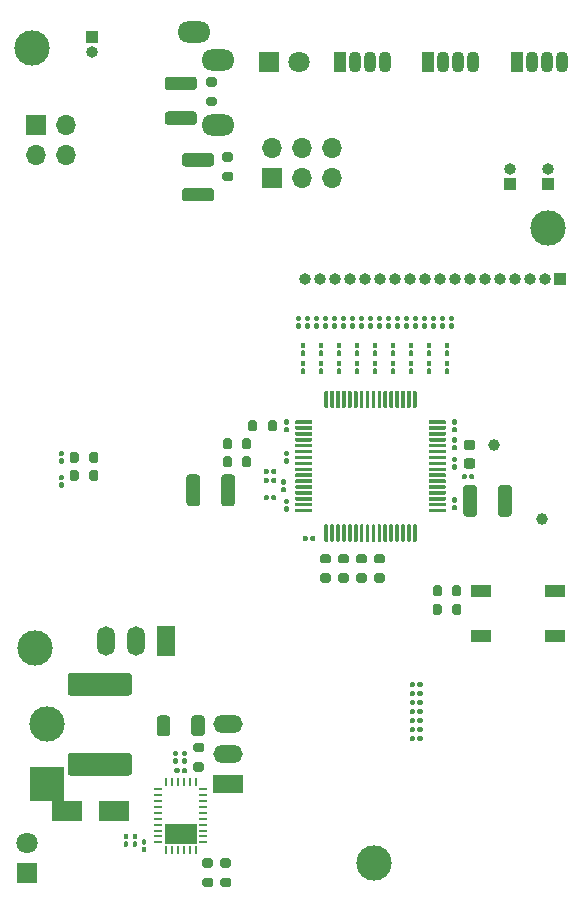
<source format=gbs>
G04 #@! TF.GenerationSoftware,KiCad,Pcbnew,5.1.10*
G04 #@! TF.CreationDate,2021-08-06T15:03:29-04:00*
G04 #@! TF.ProjectId,mist-eeg,6d697374-2d65-4656-972e-6b696361645f,1E*
G04 #@! TF.SameCoordinates,Original*
G04 #@! TF.FileFunction,Soldermask,Bot*
G04 #@! TF.FilePolarity,Negative*
%FSLAX46Y46*%
G04 Gerber Fmt 4.6, Leading zero omitted, Abs format (unit mm)*
G04 Created by KiCad (PCBNEW 5.1.10) date 2021-08-06 15:03:29*
%MOMM*%
%LPD*%
G01*
G04 APERTURE LIST*
%ADD10R,0.700000X0.250000*%
%ADD11R,0.250000X0.700000*%
%ADD12R,2.700000X1.700000*%
%ADD13C,0.600000*%
%ADD14C,3.000000*%
%ADD15O,1.500000X2.500000*%
%ADD16R,1.500000X2.500000*%
%ADD17R,2.500000X1.500000*%
%ADD18O,2.500000X1.500000*%
%ADD19O,1.700000X1.700000*%
%ADD20R,1.700000X1.700000*%
%ADD21R,3.000000X3.000000*%
%ADD22O,2.800000X1.800000*%
%ADD23C,1.800000*%
%ADD24R,1.800000X1.800000*%
%ADD25C,1.000000*%
%ADD26O,1.000000X1.000000*%
%ADD27R,1.000000X1.000000*%
%ADD28R,1.700000X1.000000*%
%ADD29O,1.070000X1.800000*%
%ADD30R,1.070000X1.800000*%
%ADD31R,2.500000X1.800000*%
G04 APERTURE END LIST*
D10*
X216530000Y-99731000D03*
X216530000Y-100231000D03*
X216530000Y-100731000D03*
X216530000Y-101231000D03*
X216530000Y-101731000D03*
X216530000Y-102231000D03*
X216530000Y-102731000D03*
X216530000Y-103231000D03*
X216530000Y-103731000D03*
X216530000Y-104231000D03*
D11*
X215880000Y-104881000D03*
X215380000Y-104881000D03*
X214880000Y-104881000D03*
X214380000Y-104881000D03*
X213880000Y-104881000D03*
X213380000Y-104881000D03*
D10*
X212730000Y-104231000D03*
X212730000Y-103731000D03*
X212730000Y-103231000D03*
X212730000Y-102731000D03*
X212730000Y-102231000D03*
X212730000Y-101731000D03*
X212730000Y-101231000D03*
X212730000Y-100731000D03*
X212730000Y-100231000D03*
X212730000Y-99731000D03*
D11*
X213380000Y-99081000D03*
X213880000Y-99081000D03*
X214380000Y-99081000D03*
X214880000Y-99081000D03*
X215380000Y-99081000D03*
X215880000Y-99081000D03*
D12*
X214630000Y-103481000D03*
D13*
X215646000Y-103098600D03*
X215646000Y-103860600D03*
X213639400Y-103860600D03*
X213639400Y-103098600D03*
X214630000Y-103098600D03*
X214630000Y-103860600D03*
D14*
X231000000Y-106000000D03*
X202000000Y-37000000D03*
G36*
G01*
X224370500Y-68490000D02*
X225695500Y-68490000D01*
G75*
G02*
X225770500Y-68565000I0J-75000D01*
G01*
X225770500Y-68715000D01*
G75*
G02*
X225695500Y-68790000I-75000J0D01*
G01*
X224370500Y-68790000D01*
G75*
G02*
X224295500Y-68715000I0J75000D01*
G01*
X224295500Y-68565000D01*
G75*
G02*
X224370500Y-68490000I75000J0D01*
G01*
G37*
G36*
G01*
X224370500Y-68990000D02*
X225695500Y-68990000D01*
G75*
G02*
X225770500Y-69065000I0J-75000D01*
G01*
X225770500Y-69215000D01*
G75*
G02*
X225695500Y-69290000I-75000J0D01*
G01*
X224370500Y-69290000D01*
G75*
G02*
X224295500Y-69215000I0J75000D01*
G01*
X224295500Y-69065000D01*
G75*
G02*
X224370500Y-68990000I75000J0D01*
G01*
G37*
G36*
G01*
X224370500Y-69490000D02*
X225695500Y-69490000D01*
G75*
G02*
X225770500Y-69565000I0J-75000D01*
G01*
X225770500Y-69715000D01*
G75*
G02*
X225695500Y-69790000I-75000J0D01*
G01*
X224370500Y-69790000D01*
G75*
G02*
X224295500Y-69715000I0J75000D01*
G01*
X224295500Y-69565000D01*
G75*
G02*
X224370500Y-69490000I75000J0D01*
G01*
G37*
G36*
G01*
X224370500Y-69990000D02*
X225695500Y-69990000D01*
G75*
G02*
X225770500Y-70065000I0J-75000D01*
G01*
X225770500Y-70215000D01*
G75*
G02*
X225695500Y-70290000I-75000J0D01*
G01*
X224370500Y-70290000D01*
G75*
G02*
X224295500Y-70215000I0J75000D01*
G01*
X224295500Y-70065000D01*
G75*
G02*
X224370500Y-69990000I75000J0D01*
G01*
G37*
G36*
G01*
X224370500Y-70490000D02*
X225695500Y-70490000D01*
G75*
G02*
X225770500Y-70565000I0J-75000D01*
G01*
X225770500Y-70715000D01*
G75*
G02*
X225695500Y-70790000I-75000J0D01*
G01*
X224370500Y-70790000D01*
G75*
G02*
X224295500Y-70715000I0J75000D01*
G01*
X224295500Y-70565000D01*
G75*
G02*
X224370500Y-70490000I75000J0D01*
G01*
G37*
G36*
G01*
X224370500Y-70990000D02*
X225695500Y-70990000D01*
G75*
G02*
X225770500Y-71065000I0J-75000D01*
G01*
X225770500Y-71215000D01*
G75*
G02*
X225695500Y-71290000I-75000J0D01*
G01*
X224370500Y-71290000D01*
G75*
G02*
X224295500Y-71215000I0J75000D01*
G01*
X224295500Y-71065000D01*
G75*
G02*
X224370500Y-70990000I75000J0D01*
G01*
G37*
G36*
G01*
X224370500Y-71490000D02*
X225695500Y-71490000D01*
G75*
G02*
X225770500Y-71565000I0J-75000D01*
G01*
X225770500Y-71715000D01*
G75*
G02*
X225695500Y-71790000I-75000J0D01*
G01*
X224370500Y-71790000D01*
G75*
G02*
X224295500Y-71715000I0J75000D01*
G01*
X224295500Y-71565000D01*
G75*
G02*
X224370500Y-71490000I75000J0D01*
G01*
G37*
G36*
G01*
X224370500Y-71990000D02*
X225695500Y-71990000D01*
G75*
G02*
X225770500Y-72065000I0J-75000D01*
G01*
X225770500Y-72215000D01*
G75*
G02*
X225695500Y-72290000I-75000J0D01*
G01*
X224370500Y-72290000D01*
G75*
G02*
X224295500Y-72215000I0J75000D01*
G01*
X224295500Y-72065000D01*
G75*
G02*
X224370500Y-71990000I75000J0D01*
G01*
G37*
G36*
G01*
X224370500Y-72490000D02*
X225695500Y-72490000D01*
G75*
G02*
X225770500Y-72565000I0J-75000D01*
G01*
X225770500Y-72715000D01*
G75*
G02*
X225695500Y-72790000I-75000J0D01*
G01*
X224370500Y-72790000D01*
G75*
G02*
X224295500Y-72715000I0J75000D01*
G01*
X224295500Y-72565000D01*
G75*
G02*
X224370500Y-72490000I75000J0D01*
G01*
G37*
G36*
G01*
X224370500Y-72990000D02*
X225695500Y-72990000D01*
G75*
G02*
X225770500Y-73065000I0J-75000D01*
G01*
X225770500Y-73215000D01*
G75*
G02*
X225695500Y-73290000I-75000J0D01*
G01*
X224370500Y-73290000D01*
G75*
G02*
X224295500Y-73215000I0J75000D01*
G01*
X224295500Y-73065000D01*
G75*
G02*
X224370500Y-72990000I75000J0D01*
G01*
G37*
G36*
G01*
X224370500Y-73490000D02*
X225695500Y-73490000D01*
G75*
G02*
X225770500Y-73565000I0J-75000D01*
G01*
X225770500Y-73715000D01*
G75*
G02*
X225695500Y-73790000I-75000J0D01*
G01*
X224370500Y-73790000D01*
G75*
G02*
X224295500Y-73715000I0J75000D01*
G01*
X224295500Y-73565000D01*
G75*
G02*
X224370500Y-73490000I75000J0D01*
G01*
G37*
G36*
G01*
X224370500Y-73990000D02*
X225695500Y-73990000D01*
G75*
G02*
X225770500Y-74065000I0J-75000D01*
G01*
X225770500Y-74215000D01*
G75*
G02*
X225695500Y-74290000I-75000J0D01*
G01*
X224370500Y-74290000D01*
G75*
G02*
X224295500Y-74215000I0J75000D01*
G01*
X224295500Y-74065000D01*
G75*
G02*
X224370500Y-73990000I75000J0D01*
G01*
G37*
G36*
G01*
X224370500Y-74490000D02*
X225695500Y-74490000D01*
G75*
G02*
X225770500Y-74565000I0J-75000D01*
G01*
X225770500Y-74715000D01*
G75*
G02*
X225695500Y-74790000I-75000J0D01*
G01*
X224370500Y-74790000D01*
G75*
G02*
X224295500Y-74715000I0J75000D01*
G01*
X224295500Y-74565000D01*
G75*
G02*
X224370500Y-74490000I75000J0D01*
G01*
G37*
G36*
G01*
X224370500Y-74990000D02*
X225695500Y-74990000D01*
G75*
G02*
X225770500Y-75065000I0J-75000D01*
G01*
X225770500Y-75215000D01*
G75*
G02*
X225695500Y-75290000I-75000J0D01*
G01*
X224370500Y-75290000D01*
G75*
G02*
X224295500Y-75215000I0J75000D01*
G01*
X224295500Y-75065000D01*
G75*
G02*
X224370500Y-74990000I75000J0D01*
G01*
G37*
G36*
G01*
X224370500Y-75490000D02*
X225695500Y-75490000D01*
G75*
G02*
X225770500Y-75565000I0J-75000D01*
G01*
X225770500Y-75715000D01*
G75*
G02*
X225695500Y-75790000I-75000J0D01*
G01*
X224370500Y-75790000D01*
G75*
G02*
X224295500Y-75715000I0J75000D01*
G01*
X224295500Y-75565000D01*
G75*
G02*
X224370500Y-75490000I75000J0D01*
G01*
G37*
G36*
G01*
X224370500Y-75990000D02*
X225695500Y-75990000D01*
G75*
G02*
X225770500Y-76065000I0J-75000D01*
G01*
X225770500Y-76215000D01*
G75*
G02*
X225695500Y-76290000I-75000J0D01*
G01*
X224370500Y-76290000D01*
G75*
G02*
X224295500Y-76215000I0J75000D01*
G01*
X224295500Y-76065000D01*
G75*
G02*
X224370500Y-75990000I75000J0D01*
G01*
G37*
G36*
G01*
X226870500Y-77315000D02*
X227020500Y-77315000D01*
G75*
G02*
X227095500Y-77390000I0J-75000D01*
G01*
X227095500Y-78715000D01*
G75*
G02*
X227020500Y-78790000I-75000J0D01*
G01*
X226870500Y-78790000D01*
G75*
G02*
X226795500Y-78715000I0J75000D01*
G01*
X226795500Y-77390000D01*
G75*
G02*
X226870500Y-77315000I75000J0D01*
G01*
G37*
G36*
G01*
X227370500Y-77315000D02*
X227520500Y-77315000D01*
G75*
G02*
X227595500Y-77390000I0J-75000D01*
G01*
X227595500Y-78715000D01*
G75*
G02*
X227520500Y-78790000I-75000J0D01*
G01*
X227370500Y-78790000D01*
G75*
G02*
X227295500Y-78715000I0J75000D01*
G01*
X227295500Y-77390000D01*
G75*
G02*
X227370500Y-77315000I75000J0D01*
G01*
G37*
G36*
G01*
X227870500Y-77315000D02*
X228020500Y-77315000D01*
G75*
G02*
X228095500Y-77390000I0J-75000D01*
G01*
X228095500Y-78715000D01*
G75*
G02*
X228020500Y-78790000I-75000J0D01*
G01*
X227870500Y-78790000D01*
G75*
G02*
X227795500Y-78715000I0J75000D01*
G01*
X227795500Y-77390000D01*
G75*
G02*
X227870500Y-77315000I75000J0D01*
G01*
G37*
G36*
G01*
X228370500Y-77315000D02*
X228520500Y-77315000D01*
G75*
G02*
X228595500Y-77390000I0J-75000D01*
G01*
X228595500Y-78715000D01*
G75*
G02*
X228520500Y-78790000I-75000J0D01*
G01*
X228370500Y-78790000D01*
G75*
G02*
X228295500Y-78715000I0J75000D01*
G01*
X228295500Y-77390000D01*
G75*
G02*
X228370500Y-77315000I75000J0D01*
G01*
G37*
G36*
G01*
X228870500Y-77315000D02*
X229020500Y-77315000D01*
G75*
G02*
X229095500Y-77390000I0J-75000D01*
G01*
X229095500Y-78715000D01*
G75*
G02*
X229020500Y-78790000I-75000J0D01*
G01*
X228870500Y-78790000D01*
G75*
G02*
X228795500Y-78715000I0J75000D01*
G01*
X228795500Y-77390000D01*
G75*
G02*
X228870500Y-77315000I75000J0D01*
G01*
G37*
G36*
G01*
X229370500Y-77315000D02*
X229520500Y-77315000D01*
G75*
G02*
X229595500Y-77390000I0J-75000D01*
G01*
X229595500Y-78715000D01*
G75*
G02*
X229520500Y-78790000I-75000J0D01*
G01*
X229370500Y-78790000D01*
G75*
G02*
X229295500Y-78715000I0J75000D01*
G01*
X229295500Y-77390000D01*
G75*
G02*
X229370500Y-77315000I75000J0D01*
G01*
G37*
G36*
G01*
X229870500Y-77315000D02*
X230020500Y-77315000D01*
G75*
G02*
X230095500Y-77390000I0J-75000D01*
G01*
X230095500Y-78715000D01*
G75*
G02*
X230020500Y-78790000I-75000J0D01*
G01*
X229870500Y-78790000D01*
G75*
G02*
X229795500Y-78715000I0J75000D01*
G01*
X229795500Y-77390000D01*
G75*
G02*
X229870500Y-77315000I75000J0D01*
G01*
G37*
G36*
G01*
X230370500Y-77315000D02*
X230520500Y-77315000D01*
G75*
G02*
X230595500Y-77390000I0J-75000D01*
G01*
X230595500Y-78715000D01*
G75*
G02*
X230520500Y-78790000I-75000J0D01*
G01*
X230370500Y-78790000D01*
G75*
G02*
X230295500Y-78715000I0J75000D01*
G01*
X230295500Y-77390000D01*
G75*
G02*
X230370500Y-77315000I75000J0D01*
G01*
G37*
G36*
G01*
X230870500Y-77315000D02*
X231020500Y-77315000D01*
G75*
G02*
X231095500Y-77390000I0J-75000D01*
G01*
X231095500Y-78715000D01*
G75*
G02*
X231020500Y-78790000I-75000J0D01*
G01*
X230870500Y-78790000D01*
G75*
G02*
X230795500Y-78715000I0J75000D01*
G01*
X230795500Y-77390000D01*
G75*
G02*
X230870500Y-77315000I75000J0D01*
G01*
G37*
G36*
G01*
X231370500Y-77315000D02*
X231520500Y-77315000D01*
G75*
G02*
X231595500Y-77390000I0J-75000D01*
G01*
X231595500Y-78715000D01*
G75*
G02*
X231520500Y-78790000I-75000J0D01*
G01*
X231370500Y-78790000D01*
G75*
G02*
X231295500Y-78715000I0J75000D01*
G01*
X231295500Y-77390000D01*
G75*
G02*
X231370500Y-77315000I75000J0D01*
G01*
G37*
G36*
G01*
X231870500Y-77315000D02*
X232020500Y-77315000D01*
G75*
G02*
X232095500Y-77390000I0J-75000D01*
G01*
X232095500Y-78715000D01*
G75*
G02*
X232020500Y-78790000I-75000J0D01*
G01*
X231870500Y-78790000D01*
G75*
G02*
X231795500Y-78715000I0J75000D01*
G01*
X231795500Y-77390000D01*
G75*
G02*
X231870500Y-77315000I75000J0D01*
G01*
G37*
G36*
G01*
X232370500Y-77315000D02*
X232520500Y-77315000D01*
G75*
G02*
X232595500Y-77390000I0J-75000D01*
G01*
X232595500Y-78715000D01*
G75*
G02*
X232520500Y-78790000I-75000J0D01*
G01*
X232370500Y-78790000D01*
G75*
G02*
X232295500Y-78715000I0J75000D01*
G01*
X232295500Y-77390000D01*
G75*
G02*
X232370500Y-77315000I75000J0D01*
G01*
G37*
G36*
G01*
X232870500Y-77315000D02*
X233020500Y-77315000D01*
G75*
G02*
X233095500Y-77390000I0J-75000D01*
G01*
X233095500Y-78715000D01*
G75*
G02*
X233020500Y-78790000I-75000J0D01*
G01*
X232870500Y-78790000D01*
G75*
G02*
X232795500Y-78715000I0J75000D01*
G01*
X232795500Y-77390000D01*
G75*
G02*
X232870500Y-77315000I75000J0D01*
G01*
G37*
G36*
G01*
X233370500Y-77315000D02*
X233520500Y-77315000D01*
G75*
G02*
X233595500Y-77390000I0J-75000D01*
G01*
X233595500Y-78715000D01*
G75*
G02*
X233520500Y-78790000I-75000J0D01*
G01*
X233370500Y-78790000D01*
G75*
G02*
X233295500Y-78715000I0J75000D01*
G01*
X233295500Y-77390000D01*
G75*
G02*
X233370500Y-77315000I75000J0D01*
G01*
G37*
G36*
G01*
X233870500Y-77315000D02*
X234020500Y-77315000D01*
G75*
G02*
X234095500Y-77390000I0J-75000D01*
G01*
X234095500Y-78715000D01*
G75*
G02*
X234020500Y-78790000I-75000J0D01*
G01*
X233870500Y-78790000D01*
G75*
G02*
X233795500Y-78715000I0J75000D01*
G01*
X233795500Y-77390000D01*
G75*
G02*
X233870500Y-77315000I75000J0D01*
G01*
G37*
G36*
G01*
X234370500Y-77315000D02*
X234520500Y-77315000D01*
G75*
G02*
X234595500Y-77390000I0J-75000D01*
G01*
X234595500Y-78715000D01*
G75*
G02*
X234520500Y-78790000I-75000J0D01*
G01*
X234370500Y-78790000D01*
G75*
G02*
X234295500Y-78715000I0J75000D01*
G01*
X234295500Y-77390000D01*
G75*
G02*
X234370500Y-77315000I75000J0D01*
G01*
G37*
G36*
G01*
X235695500Y-75990000D02*
X237020500Y-75990000D01*
G75*
G02*
X237095500Y-76065000I0J-75000D01*
G01*
X237095500Y-76215000D01*
G75*
G02*
X237020500Y-76290000I-75000J0D01*
G01*
X235695500Y-76290000D01*
G75*
G02*
X235620500Y-76215000I0J75000D01*
G01*
X235620500Y-76065000D01*
G75*
G02*
X235695500Y-75990000I75000J0D01*
G01*
G37*
G36*
G01*
X235695500Y-75490000D02*
X237020500Y-75490000D01*
G75*
G02*
X237095500Y-75565000I0J-75000D01*
G01*
X237095500Y-75715000D01*
G75*
G02*
X237020500Y-75790000I-75000J0D01*
G01*
X235695500Y-75790000D01*
G75*
G02*
X235620500Y-75715000I0J75000D01*
G01*
X235620500Y-75565000D01*
G75*
G02*
X235695500Y-75490000I75000J0D01*
G01*
G37*
G36*
G01*
X235695500Y-74990000D02*
X237020500Y-74990000D01*
G75*
G02*
X237095500Y-75065000I0J-75000D01*
G01*
X237095500Y-75215000D01*
G75*
G02*
X237020500Y-75290000I-75000J0D01*
G01*
X235695500Y-75290000D01*
G75*
G02*
X235620500Y-75215000I0J75000D01*
G01*
X235620500Y-75065000D01*
G75*
G02*
X235695500Y-74990000I75000J0D01*
G01*
G37*
G36*
G01*
X235695500Y-74490000D02*
X237020500Y-74490000D01*
G75*
G02*
X237095500Y-74565000I0J-75000D01*
G01*
X237095500Y-74715000D01*
G75*
G02*
X237020500Y-74790000I-75000J0D01*
G01*
X235695500Y-74790000D01*
G75*
G02*
X235620500Y-74715000I0J75000D01*
G01*
X235620500Y-74565000D01*
G75*
G02*
X235695500Y-74490000I75000J0D01*
G01*
G37*
G36*
G01*
X235695500Y-73990000D02*
X237020500Y-73990000D01*
G75*
G02*
X237095500Y-74065000I0J-75000D01*
G01*
X237095500Y-74215000D01*
G75*
G02*
X237020500Y-74290000I-75000J0D01*
G01*
X235695500Y-74290000D01*
G75*
G02*
X235620500Y-74215000I0J75000D01*
G01*
X235620500Y-74065000D01*
G75*
G02*
X235695500Y-73990000I75000J0D01*
G01*
G37*
G36*
G01*
X235695500Y-73490000D02*
X237020500Y-73490000D01*
G75*
G02*
X237095500Y-73565000I0J-75000D01*
G01*
X237095500Y-73715000D01*
G75*
G02*
X237020500Y-73790000I-75000J0D01*
G01*
X235695500Y-73790000D01*
G75*
G02*
X235620500Y-73715000I0J75000D01*
G01*
X235620500Y-73565000D01*
G75*
G02*
X235695500Y-73490000I75000J0D01*
G01*
G37*
G36*
G01*
X235695500Y-72990000D02*
X237020500Y-72990000D01*
G75*
G02*
X237095500Y-73065000I0J-75000D01*
G01*
X237095500Y-73215000D01*
G75*
G02*
X237020500Y-73290000I-75000J0D01*
G01*
X235695500Y-73290000D01*
G75*
G02*
X235620500Y-73215000I0J75000D01*
G01*
X235620500Y-73065000D01*
G75*
G02*
X235695500Y-72990000I75000J0D01*
G01*
G37*
G36*
G01*
X235695500Y-72490000D02*
X237020500Y-72490000D01*
G75*
G02*
X237095500Y-72565000I0J-75000D01*
G01*
X237095500Y-72715000D01*
G75*
G02*
X237020500Y-72790000I-75000J0D01*
G01*
X235695500Y-72790000D01*
G75*
G02*
X235620500Y-72715000I0J75000D01*
G01*
X235620500Y-72565000D01*
G75*
G02*
X235695500Y-72490000I75000J0D01*
G01*
G37*
G36*
G01*
X235695500Y-71990000D02*
X237020500Y-71990000D01*
G75*
G02*
X237095500Y-72065000I0J-75000D01*
G01*
X237095500Y-72215000D01*
G75*
G02*
X237020500Y-72290000I-75000J0D01*
G01*
X235695500Y-72290000D01*
G75*
G02*
X235620500Y-72215000I0J75000D01*
G01*
X235620500Y-72065000D01*
G75*
G02*
X235695500Y-71990000I75000J0D01*
G01*
G37*
G36*
G01*
X235695500Y-71490000D02*
X237020500Y-71490000D01*
G75*
G02*
X237095500Y-71565000I0J-75000D01*
G01*
X237095500Y-71715000D01*
G75*
G02*
X237020500Y-71790000I-75000J0D01*
G01*
X235695500Y-71790000D01*
G75*
G02*
X235620500Y-71715000I0J75000D01*
G01*
X235620500Y-71565000D01*
G75*
G02*
X235695500Y-71490000I75000J0D01*
G01*
G37*
G36*
G01*
X235695500Y-70990000D02*
X237020500Y-70990000D01*
G75*
G02*
X237095500Y-71065000I0J-75000D01*
G01*
X237095500Y-71215000D01*
G75*
G02*
X237020500Y-71290000I-75000J0D01*
G01*
X235695500Y-71290000D01*
G75*
G02*
X235620500Y-71215000I0J75000D01*
G01*
X235620500Y-71065000D01*
G75*
G02*
X235695500Y-70990000I75000J0D01*
G01*
G37*
G36*
G01*
X235695500Y-70490000D02*
X237020500Y-70490000D01*
G75*
G02*
X237095500Y-70565000I0J-75000D01*
G01*
X237095500Y-70715000D01*
G75*
G02*
X237020500Y-70790000I-75000J0D01*
G01*
X235695500Y-70790000D01*
G75*
G02*
X235620500Y-70715000I0J75000D01*
G01*
X235620500Y-70565000D01*
G75*
G02*
X235695500Y-70490000I75000J0D01*
G01*
G37*
G36*
G01*
X235695500Y-69990000D02*
X237020500Y-69990000D01*
G75*
G02*
X237095500Y-70065000I0J-75000D01*
G01*
X237095500Y-70215000D01*
G75*
G02*
X237020500Y-70290000I-75000J0D01*
G01*
X235695500Y-70290000D01*
G75*
G02*
X235620500Y-70215000I0J75000D01*
G01*
X235620500Y-70065000D01*
G75*
G02*
X235695500Y-69990000I75000J0D01*
G01*
G37*
G36*
G01*
X235695500Y-69490000D02*
X237020500Y-69490000D01*
G75*
G02*
X237095500Y-69565000I0J-75000D01*
G01*
X237095500Y-69715000D01*
G75*
G02*
X237020500Y-69790000I-75000J0D01*
G01*
X235695500Y-69790000D01*
G75*
G02*
X235620500Y-69715000I0J75000D01*
G01*
X235620500Y-69565000D01*
G75*
G02*
X235695500Y-69490000I75000J0D01*
G01*
G37*
G36*
G01*
X235695500Y-68990000D02*
X237020500Y-68990000D01*
G75*
G02*
X237095500Y-69065000I0J-75000D01*
G01*
X237095500Y-69215000D01*
G75*
G02*
X237020500Y-69290000I-75000J0D01*
G01*
X235695500Y-69290000D01*
G75*
G02*
X235620500Y-69215000I0J75000D01*
G01*
X235620500Y-69065000D01*
G75*
G02*
X235695500Y-68990000I75000J0D01*
G01*
G37*
G36*
G01*
X235695500Y-68490000D02*
X237020500Y-68490000D01*
G75*
G02*
X237095500Y-68565000I0J-75000D01*
G01*
X237095500Y-68715000D01*
G75*
G02*
X237020500Y-68790000I-75000J0D01*
G01*
X235695500Y-68790000D01*
G75*
G02*
X235620500Y-68715000I0J75000D01*
G01*
X235620500Y-68565000D01*
G75*
G02*
X235695500Y-68490000I75000J0D01*
G01*
G37*
G36*
G01*
X234370500Y-65990000D02*
X234520500Y-65990000D01*
G75*
G02*
X234595500Y-66065000I0J-75000D01*
G01*
X234595500Y-67390000D01*
G75*
G02*
X234520500Y-67465000I-75000J0D01*
G01*
X234370500Y-67465000D01*
G75*
G02*
X234295500Y-67390000I0J75000D01*
G01*
X234295500Y-66065000D01*
G75*
G02*
X234370500Y-65990000I75000J0D01*
G01*
G37*
G36*
G01*
X233870500Y-65990000D02*
X234020500Y-65990000D01*
G75*
G02*
X234095500Y-66065000I0J-75000D01*
G01*
X234095500Y-67390000D01*
G75*
G02*
X234020500Y-67465000I-75000J0D01*
G01*
X233870500Y-67465000D01*
G75*
G02*
X233795500Y-67390000I0J75000D01*
G01*
X233795500Y-66065000D01*
G75*
G02*
X233870500Y-65990000I75000J0D01*
G01*
G37*
G36*
G01*
X233370500Y-65990000D02*
X233520500Y-65990000D01*
G75*
G02*
X233595500Y-66065000I0J-75000D01*
G01*
X233595500Y-67390000D01*
G75*
G02*
X233520500Y-67465000I-75000J0D01*
G01*
X233370500Y-67465000D01*
G75*
G02*
X233295500Y-67390000I0J75000D01*
G01*
X233295500Y-66065000D01*
G75*
G02*
X233370500Y-65990000I75000J0D01*
G01*
G37*
G36*
G01*
X232870500Y-65990000D02*
X233020500Y-65990000D01*
G75*
G02*
X233095500Y-66065000I0J-75000D01*
G01*
X233095500Y-67390000D01*
G75*
G02*
X233020500Y-67465000I-75000J0D01*
G01*
X232870500Y-67465000D01*
G75*
G02*
X232795500Y-67390000I0J75000D01*
G01*
X232795500Y-66065000D01*
G75*
G02*
X232870500Y-65990000I75000J0D01*
G01*
G37*
G36*
G01*
X232370500Y-65990000D02*
X232520500Y-65990000D01*
G75*
G02*
X232595500Y-66065000I0J-75000D01*
G01*
X232595500Y-67390000D01*
G75*
G02*
X232520500Y-67465000I-75000J0D01*
G01*
X232370500Y-67465000D01*
G75*
G02*
X232295500Y-67390000I0J75000D01*
G01*
X232295500Y-66065000D01*
G75*
G02*
X232370500Y-65990000I75000J0D01*
G01*
G37*
G36*
G01*
X231870500Y-65990000D02*
X232020500Y-65990000D01*
G75*
G02*
X232095500Y-66065000I0J-75000D01*
G01*
X232095500Y-67390000D01*
G75*
G02*
X232020500Y-67465000I-75000J0D01*
G01*
X231870500Y-67465000D01*
G75*
G02*
X231795500Y-67390000I0J75000D01*
G01*
X231795500Y-66065000D01*
G75*
G02*
X231870500Y-65990000I75000J0D01*
G01*
G37*
G36*
G01*
X231370500Y-65990000D02*
X231520500Y-65990000D01*
G75*
G02*
X231595500Y-66065000I0J-75000D01*
G01*
X231595500Y-67390000D01*
G75*
G02*
X231520500Y-67465000I-75000J0D01*
G01*
X231370500Y-67465000D01*
G75*
G02*
X231295500Y-67390000I0J75000D01*
G01*
X231295500Y-66065000D01*
G75*
G02*
X231370500Y-65990000I75000J0D01*
G01*
G37*
G36*
G01*
X230870500Y-65990000D02*
X231020500Y-65990000D01*
G75*
G02*
X231095500Y-66065000I0J-75000D01*
G01*
X231095500Y-67390000D01*
G75*
G02*
X231020500Y-67465000I-75000J0D01*
G01*
X230870500Y-67465000D01*
G75*
G02*
X230795500Y-67390000I0J75000D01*
G01*
X230795500Y-66065000D01*
G75*
G02*
X230870500Y-65990000I75000J0D01*
G01*
G37*
G36*
G01*
X230370500Y-65990000D02*
X230520500Y-65990000D01*
G75*
G02*
X230595500Y-66065000I0J-75000D01*
G01*
X230595500Y-67390000D01*
G75*
G02*
X230520500Y-67465000I-75000J0D01*
G01*
X230370500Y-67465000D01*
G75*
G02*
X230295500Y-67390000I0J75000D01*
G01*
X230295500Y-66065000D01*
G75*
G02*
X230370500Y-65990000I75000J0D01*
G01*
G37*
G36*
G01*
X229870500Y-65990000D02*
X230020500Y-65990000D01*
G75*
G02*
X230095500Y-66065000I0J-75000D01*
G01*
X230095500Y-67390000D01*
G75*
G02*
X230020500Y-67465000I-75000J0D01*
G01*
X229870500Y-67465000D01*
G75*
G02*
X229795500Y-67390000I0J75000D01*
G01*
X229795500Y-66065000D01*
G75*
G02*
X229870500Y-65990000I75000J0D01*
G01*
G37*
G36*
G01*
X229370500Y-65990000D02*
X229520500Y-65990000D01*
G75*
G02*
X229595500Y-66065000I0J-75000D01*
G01*
X229595500Y-67390000D01*
G75*
G02*
X229520500Y-67465000I-75000J0D01*
G01*
X229370500Y-67465000D01*
G75*
G02*
X229295500Y-67390000I0J75000D01*
G01*
X229295500Y-66065000D01*
G75*
G02*
X229370500Y-65990000I75000J0D01*
G01*
G37*
G36*
G01*
X228870500Y-65990000D02*
X229020500Y-65990000D01*
G75*
G02*
X229095500Y-66065000I0J-75000D01*
G01*
X229095500Y-67390000D01*
G75*
G02*
X229020500Y-67465000I-75000J0D01*
G01*
X228870500Y-67465000D01*
G75*
G02*
X228795500Y-67390000I0J75000D01*
G01*
X228795500Y-66065000D01*
G75*
G02*
X228870500Y-65990000I75000J0D01*
G01*
G37*
G36*
G01*
X228370500Y-65990000D02*
X228520500Y-65990000D01*
G75*
G02*
X228595500Y-66065000I0J-75000D01*
G01*
X228595500Y-67390000D01*
G75*
G02*
X228520500Y-67465000I-75000J0D01*
G01*
X228370500Y-67465000D01*
G75*
G02*
X228295500Y-67390000I0J75000D01*
G01*
X228295500Y-66065000D01*
G75*
G02*
X228370500Y-65990000I75000J0D01*
G01*
G37*
G36*
G01*
X227870500Y-65990000D02*
X228020500Y-65990000D01*
G75*
G02*
X228095500Y-66065000I0J-75000D01*
G01*
X228095500Y-67390000D01*
G75*
G02*
X228020500Y-67465000I-75000J0D01*
G01*
X227870500Y-67465000D01*
G75*
G02*
X227795500Y-67390000I0J75000D01*
G01*
X227795500Y-66065000D01*
G75*
G02*
X227870500Y-65990000I75000J0D01*
G01*
G37*
G36*
G01*
X227370500Y-65990000D02*
X227520500Y-65990000D01*
G75*
G02*
X227595500Y-66065000I0J-75000D01*
G01*
X227595500Y-67390000D01*
G75*
G02*
X227520500Y-67465000I-75000J0D01*
G01*
X227370500Y-67465000D01*
G75*
G02*
X227295500Y-67390000I0J75000D01*
G01*
X227295500Y-66065000D01*
G75*
G02*
X227370500Y-65990000I75000J0D01*
G01*
G37*
G36*
G01*
X226870500Y-65990000D02*
X227020500Y-65990000D01*
G75*
G02*
X227095500Y-66065000I0J-75000D01*
G01*
X227095500Y-67390000D01*
G75*
G02*
X227020500Y-67465000I-75000J0D01*
G01*
X226870500Y-67465000D01*
G75*
G02*
X226795500Y-67390000I0J75000D01*
G01*
X226795500Y-66065000D01*
G75*
G02*
X226870500Y-65990000I75000J0D01*
G01*
G37*
G36*
G01*
X237272500Y-62394000D02*
X237072500Y-62394000D01*
G75*
G02*
X236972500Y-62294000I0J100000D01*
G01*
X236972500Y-62034000D01*
G75*
G02*
X237072500Y-61934000I100000J0D01*
G01*
X237272500Y-61934000D01*
G75*
G02*
X237372500Y-62034000I0J-100000D01*
G01*
X237372500Y-62294000D01*
G75*
G02*
X237272500Y-62394000I-100000J0D01*
G01*
G37*
G36*
G01*
X237272500Y-63034000D02*
X237072500Y-63034000D01*
G75*
G02*
X236972500Y-62934000I0J100000D01*
G01*
X236972500Y-62674000D01*
G75*
G02*
X237072500Y-62574000I100000J0D01*
G01*
X237272500Y-62574000D01*
G75*
G02*
X237372500Y-62674000I0J-100000D01*
G01*
X237372500Y-62934000D01*
G75*
G02*
X237272500Y-63034000I-100000J0D01*
G01*
G37*
D15*
X208334500Y-87219500D03*
X210874500Y-87219500D03*
D16*
X213414500Y-87219500D03*
D17*
X218621500Y-99284500D03*
D18*
X218621500Y-96744500D03*
X218621500Y-94204500D03*
D19*
X204905500Y-46008000D03*
X202365500Y-46008000D03*
X204905500Y-43468000D03*
D20*
X202365500Y-43468000D03*
D14*
X203327000Y-94170500D03*
D21*
X203327000Y-99250500D03*
G36*
G01*
X210247001Y-98584000D02*
X205296999Y-98584000D01*
G75*
G02*
X205047000Y-98334001I0J249999D01*
G01*
X205047000Y-96908999D01*
G75*
G02*
X205296999Y-96659000I249999J0D01*
G01*
X210247001Y-96659000D01*
G75*
G02*
X210497000Y-96908999I0J-249999D01*
G01*
X210497000Y-98334001D01*
G75*
G02*
X210247001Y-98584000I-249999J0D01*
G01*
G37*
G36*
G01*
X210247001Y-91809000D02*
X205296999Y-91809000D01*
G75*
G02*
X205047000Y-91559001I0J249999D01*
G01*
X205047000Y-90133999D01*
G75*
G02*
X205296999Y-89884000I249999J0D01*
G01*
X210247001Y-89884000D01*
G75*
G02*
X210497000Y-90133999I0J-249999D01*
G01*
X210497000Y-91559001D01*
G75*
G02*
X210247001Y-91809000I-249999J0D01*
G01*
G37*
G36*
G01*
X239701500Y-74210999D02*
X239701500Y-76411001D01*
G75*
G02*
X239451501Y-76661000I-249999J0D01*
G01*
X238801499Y-76661000D01*
G75*
G02*
X238551500Y-76411001I0J249999D01*
G01*
X238551500Y-74210999D01*
G75*
G02*
X238801499Y-73961000I249999J0D01*
G01*
X239451501Y-73961000D01*
G75*
G02*
X239701500Y-74210999I0J-249999D01*
G01*
G37*
G36*
G01*
X242651500Y-74210999D02*
X242651500Y-76411001D01*
G75*
G02*
X242401501Y-76661000I-249999J0D01*
G01*
X241751499Y-76661000D01*
G75*
G02*
X241501500Y-76411001I0J249999D01*
G01*
X241501500Y-74210999D01*
G75*
G02*
X241751499Y-73961000I249999J0D01*
G01*
X242401501Y-73961000D01*
G75*
G02*
X242651500Y-74210999I0J-249999D01*
G01*
G37*
G36*
G01*
X219211000Y-73321999D02*
X219211000Y-75522001D01*
G75*
G02*
X218961001Y-75772000I-249999J0D01*
G01*
X218310999Y-75772000D01*
G75*
G02*
X218061000Y-75522001I0J249999D01*
G01*
X218061000Y-73321999D01*
G75*
G02*
X218310999Y-73072000I249999J0D01*
G01*
X218961001Y-73072000D01*
G75*
G02*
X219211000Y-73321999I0J-249999D01*
G01*
G37*
G36*
G01*
X216261000Y-73321999D02*
X216261000Y-75522001D01*
G75*
G02*
X216011001Y-75772000I-249999J0D01*
G01*
X215360999Y-75772000D01*
G75*
G02*
X215111000Y-75522001I0J249999D01*
G01*
X215111000Y-73321999D01*
G75*
G02*
X215360999Y-73072000I249999J0D01*
G01*
X216011001Y-73072000D01*
G75*
G02*
X216261000Y-73321999I0J-249999D01*
G01*
G37*
G36*
G01*
X217190501Y-47017100D02*
X214990499Y-47017100D01*
G75*
G02*
X214740500Y-46767101I0J249999D01*
G01*
X214740500Y-46117099D01*
G75*
G02*
X214990499Y-45867100I249999J0D01*
G01*
X217190501Y-45867100D01*
G75*
G02*
X217440500Y-46117099I0J-249999D01*
G01*
X217440500Y-46767101D01*
G75*
G02*
X217190501Y-47017100I-249999J0D01*
G01*
G37*
G36*
G01*
X217190501Y-49967100D02*
X214990499Y-49967100D01*
G75*
G02*
X214740500Y-49717101I0J249999D01*
G01*
X214740500Y-49067099D01*
G75*
G02*
X214990499Y-48817100I249999J0D01*
G01*
X217190501Y-48817100D01*
G75*
G02*
X217440500Y-49067099I0J-249999D01*
G01*
X217440500Y-49717101D01*
G75*
G02*
X217190501Y-49967100I-249999J0D01*
G01*
G37*
G36*
G01*
X215730001Y-40540100D02*
X213529999Y-40540100D01*
G75*
G02*
X213280000Y-40290101I0J249999D01*
G01*
X213280000Y-39640099D01*
G75*
G02*
X213529999Y-39390100I249999J0D01*
G01*
X215730001Y-39390100D01*
G75*
G02*
X215980000Y-39640099I0J-249999D01*
G01*
X215980000Y-40290101D01*
G75*
G02*
X215730001Y-40540100I-249999J0D01*
G01*
G37*
G36*
G01*
X215730001Y-43490100D02*
X213529999Y-43490100D01*
G75*
G02*
X213280000Y-43240101I0J249999D01*
G01*
X213280000Y-42590099D01*
G75*
G02*
X213529999Y-42340100I249999J0D01*
G01*
X215730001Y-42340100D01*
G75*
G02*
X215980000Y-42590099I0J-249999D01*
G01*
X215980000Y-43240101D01*
G75*
G02*
X215730001Y-43490100I-249999J0D01*
G01*
G37*
G36*
G01*
X213730000Y-93735997D02*
X213730000Y-94986003D01*
G75*
G02*
X213480003Y-95236000I-249997J0D01*
G01*
X212854997Y-95236000D01*
G75*
G02*
X212605000Y-94986003I0J249997D01*
G01*
X212605000Y-93735997D01*
G75*
G02*
X212854997Y-93486000I249997J0D01*
G01*
X213480003Y-93486000D01*
G75*
G02*
X213730000Y-93735997I0J-249997D01*
G01*
G37*
G36*
G01*
X216655000Y-93735997D02*
X216655000Y-94986003D01*
G75*
G02*
X216405003Y-95236000I-249997J0D01*
G01*
X215779997Y-95236000D01*
G75*
G02*
X215530000Y-94986003I0J249997D01*
G01*
X215530000Y-93735997D01*
G75*
G02*
X215779997Y-93486000I249997J0D01*
G01*
X216405003Y-93486000D01*
G75*
G02*
X216655000Y-93735997I0J-249997D01*
G01*
G37*
D22*
X217773000Y-43523500D03*
X217773000Y-38023500D03*
X215773000Y-35623500D03*
D14*
X245750000Y-52250000D03*
X202250000Y-87750000D03*
D23*
X201612500Y-104267000D03*
D24*
X201612500Y-106807000D03*
G36*
G01*
X234659000Y-95540500D02*
X234659000Y-95340500D01*
G75*
G02*
X234759000Y-95240500I100000J0D01*
G01*
X235019000Y-95240500D01*
G75*
G02*
X235119000Y-95340500I0J-100000D01*
G01*
X235119000Y-95540500D01*
G75*
G02*
X235019000Y-95640500I-100000J0D01*
G01*
X234759000Y-95640500D01*
G75*
G02*
X234659000Y-95540500I0J100000D01*
G01*
G37*
G36*
G01*
X234019000Y-95540500D02*
X234019000Y-95340500D01*
G75*
G02*
X234119000Y-95240500I100000J0D01*
G01*
X234379000Y-95240500D01*
G75*
G02*
X234479000Y-95340500I0J-100000D01*
G01*
X234479000Y-95540500D01*
G75*
G02*
X234379000Y-95640500I-100000J0D01*
G01*
X234119000Y-95640500D01*
G75*
G02*
X234019000Y-95540500I0J100000D01*
G01*
G37*
G36*
G01*
X234659000Y-94778500D02*
X234659000Y-94578500D01*
G75*
G02*
X234759000Y-94478500I100000J0D01*
G01*
X235019000Y-94478500D01*
G75*
G02*
X235119000Y-94578500I0J-100000D01*
G01*
X235119000Y-94778500D01*
G75*
G02*
X235019000Y-94878500I-100000J0D01*
G01*
X234759000Y-94878500D01*
G75*
G02*
X234659000Y-94778500I0J100000D01*
G01*
G37*
G36*
G01*
X234019000Y-94778500D02*
X234019000Y-94578500D01*
G75*
G02*
X234119000Y-94478500I100000J0D01*
G01*
X234379000Y-94478500D01*
G75*
G02*
X234479000Y-94578500I0J-100000D01*
G01*
X234479000Y-94778500D01*
G75*
G02*
X234379000Y-94878500I-100000J0D01*
G01*
X234119000Y-94878500D01*
G75*
G02*
X234019000Y-94778500I0J100000D01*
G01*
G37*
G36*
G01*
X234659000Y-90968500D02*
X234659000Y-90768500D01*
G75*
G02*
X234759000Y-90668500I100000J0D01*
G01*
X235019000Y-90668500D01*
G75*
G02*
X235119000Y-90768500I0J-100000D01*
G01*
X235119000Y-90968500D01*
G75*
G02*
X235019000Y-91068500I-100000J0D01*
G01*
X234759000Y-91068500D01*
G75*
G02*
X234659000Y-90968500I0J100000D01*
G01*
G37*
G36*
G01*
X234019000Y-90968500D02*
X234019000Y-90768500D01*
G75*
G02*
X234119000Y-90668500I100000J0D01*
G01*
X234379000Y-90668500D01*
G75*
G02*
X234479000Y-90768500I0J-100000D01*
G01*
X234479000Y-90968500D01*
G75*
G02*
X234379000Y-91068500I-100000J0D01*
G01*
X234119000Y-91068500D01*
G75*
G02*
X234019000Y-90968500I0J100000D01*
G01*
G37*
G36*
G01*
X234659000Y-94016500D02*
X234659000Y-93816500D01*
G75*
G02*
X234759000Y-93716500I100000J0D01*
G01*
X235019000Y-93716500D01*
G75*
G02*
X235119000Y-93816500I0J-100000D01*
G01*
X235119000Y-94016500D01*
G75*
G02*
X235019000Y-94116500I-100000J0D01*
G01*
X234759000Y-94116500D01*
G75*
G02*
X234659000Y-94016500I0J100000D01*
G01*
G37*
G36*
G01*
X234019000Y-94016500D02*
X234019000Y-93816500D01*
G75*
G02*
X234119000Y-93716500I100000J0D01*
G01*
X234379000Y-93716500D01*
G75*
G02*
X234479000Y-93816500I0J-100000D01*
G01*
X234479000Y-94016500D01*
G75*
G02*
X234379000Y-94116500I-100000J0D01*
G01*
X234119000Y-94116500D01*
G75*
G02*
X234019000Y-94016500I0J100000D01*
G01*
G37*
G36*
G01*
X234659000Y-93254500D02*
X234659000Y-93054500D01*
G75*
G02*
X234759000Y-92954500I100000J0D01*
G01*
X235019000Y-92954500D01*
G75*
G02*
X235119000Y-93054500I0J-100000D01*
G01*
X235119000Y-93254500D01*
G75*
G02*
X235019000Y-93354500I-100000J0D01*
G01*
X234759000Y-93354500D01*
G75*
G02*
X234659000Y-93254500I0J100000D01*
G01*
G37*
G36*
G01*
X234019000Y-93254500D02*
X234019000Y-93054500D01*
G75*
G02*
X234119000Y-92954500I100000J0D01*
G01*
X234379000Y-92954500D01*
G75*
G02*
X234479000Y-93054500I0J-100000D01*
G01*
X234479000Y-93254500D01*
G75*
G02*
X234379000Y-93354500I-100000J0D01*
G01*
X234119000Y-93354500D01*
G75*
G02*
X234019000Y-93254500I0J100000D01*
G01*
G37*
G36*
G01*
X234661500Y-92492500D02*
X234661500Y-92292500D01*
G75*
G02*
X234761500Y-92192500I100000J0D01*
G01*
X235021500Y-92192500D01*
G75*
G02*
X235121500Y-92292500I0J-100000D01*
G01*
X235121500Y-92492500D01*
G75*
G02*
X235021500Y-92592500I-100000J0D01*
G01*
X234761500Y-92592500D01*
G75*
G02*
X234661500Y-92492500I0J100000D01*
G01*
G37*
G36*
G01*
X234021500Y-92492500D02*
X234021500Y-92292500D01*
G75*
G02*
X234121500Y-92192500I100000J0D01*
G01*
X234381500Y-92192500D01*
G75*
G02*
X234481500Y-92292500I0J-100000D01*
G01*
X234481500Y-92492500D01*
G75*
G02*
X234381500Y-92592500I-100000J0D01*
G01*
X234121500Y-92592500D01*
G75*
G02*
X234021500Y-92492500I0J100000D01*
G01*
G37*
G36*
G01*
X234659000Y-91730500D02*
X234659000Y-91530500D01*
G75*
G02*
X234759000Y-91430500I100000J0D01*
G01*
X235019000Y-91430500D01*
G75*
G02*
X235119000Y-91530500I0J-100000D01*
G01*
X235119000Y-91730500D01*
G75*
G02*
X235019000Y-91830500I-100000J0D01*
G01*
X234759000Y-91830500D01*
G75*
G02*
X234659000Y-91730500I0J100000D01*
G01*
G37*
G36*
G01*
X234019000Y-91730500D02*
X234019000Y-91530500D01*
G75*
G02*
X234119000Y-91430500I100000J0D01*
G01*
X234379000Y-91430500D01*
G75*
G02*
X234479000Y-91530500I0J-100000D01*
G01*
X234479000Y-91730500D01*
G75*
G02*
X234379000Y-91830500I-100000J0D01*
G01*
X234119000Y-91830500D01*
G75*
G02*
X234019000Y-91730500I0J100000D01*
G01*
G37*
D25*
X245237000Y-76835000D03*
D26*
X245745000Y-47244000D03*
D27*
X245745000Y-48514000D03*
D28*
X246355000Y-82936000D03*
X240055000Y-82936000D03*
X246355000Y-86736000D03*
X240055000Y-86736000D03*
G36*
G01*
X204620800Y-71538000D02*
X204420800Y-71538000D01*
G75*
G02*
X204320800Y-71438000I0J100000D01*
G01*
X204320800Y-71178000D01*
G75*
G02*
X204420800Y-71078000I100000J0D01*
G01*
X204620800Y-71078000D01*
G75*
G02*
X204720800Y-71178000I0J-100000D01*
G01*
X204720800Y-71438000D01*
G75*
G02*
X204620800Y-71538000I-100000J0D01*
G01*
G37*
G36*
G01*
X204620800Y-72178000D02*
X204420800Y-72178000D01*
G75*
G02*
X204320800Y-72078000I0J100000D01*
G01*
X204320800Y-71818000D01*
G75*
G02*
X204420800Y-71718000I100000J0D01*
G01*
X204620800Y-71718000D01*
G75*
G02*
X204720800Y-71818000I0J-100000D01*
G01*
X204720800Y-72078000D01*
G75*
G02*
X204620800Y-72178000I-100000J0D01*
G01*
G37*
G36*
G01*
X206863500Y-71903000D02*
X206863500Y-71353000D01*
G75*
G02*
X207063500Y-71153000I200000J0D01*
G01*
X207463500Y-71153000D01*
G75*
G02*
X207663500Y-71353000I0J-200000D01*
G01*
X207663500Y-71903000D01*
G75*
G02*
X207463500Y-72103000I-200000J0D01*
G01*
X207063500Y-72103000D01*
G75*
G02*
X206863500Y-71903000I0J200000D01*
G01*
G37*
G36*
G01*
X205213500Y-71903000D02*
X205213500Y-71353000D01*
G75*
G02*
X205413500Y-71153000I200000J0D01*
G01*
X205813500Y-71153000D01*
G75*
G02*
X206013500Y-71353000I0J-200000D01*
G01*
X206013500Y-71903000D01*
G75*
G02*
X205813500Y-72103000I-200000J0D01*
G01*
X205413500Y-72103000D01*
G75*
G02*
X205213500Y-71903000I0J200000D01*
G01*
G37*
G36*
G01*
X204420800Y-73750000D02*
X204620800Y-73750000D01*
G75*
G02*
X204720800Y-73850000I0J-100000D01*
G01*
X204720800Y-74110000D01*
G75*
G02*
X204620800Y-74210000I-100000J0D01*
G01*
X204420800Y-74210000D01*
G75*
G02*
X204320800Y-74110000I0J100000D01*
G01*
X204320800Y-73850000D01*
G75*
G02*
X204420800Y-73750000I100000J0D01*
G01*
G37*
G36*
G01*
X204420800Y-73110000D02*
X204620800Y-73110000D01*
G75*
G02*
X204720800Y-73210000I0J-100000D01*
G01*
X204720800Y-73470000D01*
G75*
G02*
X204620800Y-73570000I-100000J0D01*
G01*
X204420800Y-73570000D01*
G75*
G02*
X204320800Y-73470000I0J100000D01*
G01*
X204320800Y-73210000D01*
G75*
G02*
X204420800Y-73110000I100000J0D01*
G01*
G37*
G36*
G01*
X206863000Y-73427000D02*
X206863000Y-72877000D01*
G75*
G02*
X207063000Y-72677000I200000J0D01*
G01*
X207463000Y-72677000D01*
G75*
G02*
X207663000Y-72877000I0J-200000D01*
G01*
X207663000Y-73427000D01*
G75*
G02*
X207463000Y-73627000I-200000J0D01*
G01*
X207063000Y-73627000D01*
G75*
G02*
X206863000Y-73427000I0J200000D01*
G01*
G37*
G36*
G01*
X205213000Y-73427000D02*
X205213000Y-72877000D01*
G75*
G02*
X205413000Y-72677000I200000J0D01*
G01*
X205813000Y-72677000D01*
G75*
G02*
X206013000Y-72877000I0J-200000D01*
G01*
X206013000Y-73427000D01*
G75*
G02*
X205813000Y-73627000I-200000J0D01*
G01*
X205413000Y-73627000D01*
G75*
G02*
X205213000Y-73427000I0J200000D01*
G01*
G37*
G36*
G01*
X237597500Y-84793500D02*
X237597500Y-84243500D01*
G75*
G02*
X237797500Y-84043500I200000J0D01*
G01*
X238197500Y-84043500D01*
G75*
G02*
X238397500Y-84243500I0J-200000D01*
G01*
X238397500Y-84793500D01*
G75*
G02*
X238197500Y-84993500I-200000J0D01*
G01*
X237797500Y-84993500D01*
G75*
G02*
X237597500Y-84793500I0J200000D01*
G01*
G37*
G36*
G01*
X235947500Y-84793500D02*
X235947500Y-84243500D01*
G75*
G02*
X236147500Y-84043500I200000J0D01*
G01*
X236547500Y-84043500D01*
G75*
G02*
X236747500Y-84243500I0J-200000D01*
G01*
X236747500Y-84793500D01*
G75*
G02*
X236547500Y-84993500I-200000J0D01*
G01*
X236147500Y-84993500D01*
G75*
G02*
X235947500Y-84793500I0J200000D01*
G01*
G37*
G36*
G01*
X237597500Y-83206000D02*
X237597500Y-82656000D01*
G75*
G02*
X237797500Y-82456000I200000J0D01*
G01*
X238197500Y-82456000D01*
G75*
G02*
X238397500Y-82656000I0J-200000D01*
G01*
X238397500Y-83206000D01*
G75*
G02*
X238197500Y-83406000I-200000J0D01*
G01*
X237797500Y-83406000D01*
G75*
G02*
X237597500Y-83206000I0J200000D01*
G01*
G37*
G36*
G01*
X235947500Y-83206000D02*
X235947500Y-82656000D01*
G75*
G02*
X236147500Y-82456000I200000J0D01*
G01*
X236547500Y-82456000D01*
G75*
G02*
X236747500Y-82656000I0J-200000D01*
G01*
X236747500Y-83206000D01*
G75*
G02*
X236547500Y-83406000I-200000J0D01*
G01*
X236147500Y-83406000D01*
G75*
G02*
X235947500Y-83206000I0J200000D01*
G01*
G37*
D19*
X227457000Y-45466000D03*
X227457000Y-48006000D03*
X224917000Y-45466000D03*
X224917000Y-48006000D03*
X222377000Y-45466000D03*
D20*
X222377000Y-48006000D03*
D26*
X207137000Y-37338000D03*
D27*
X207137000Y-36068000D03*
G36*
G01*
X222096500Y-74957000D02*
X222096500Y-75157000D01*
G75*
G02*
X221996500Y-75257000I-100000J0D01*
G01*
X221736500Y-75257000D01*
G75*
G02*
X221636500Y-75157000I0J100000D01*
G01*
X221636500Y-74957000D01*
G75*
G02*
X221736500Y-74857000I100000J0D01*
G01*
X221996500Y-74857000D01*
G75*
G02*
X222096500Y-74957000I0J-100000D01*
G01*
G37*
G36*
G01*
X222736500Y-74957000D02*
X222736500Y-75157000D01*
G75*
G02*
X222636500Y-75257000I-100000J0D01*
G01*
X222376500Y-75257000D01*
G75*
G02*
X222276500Y-75157000I0J100000D01*
G01*
X222276500Y-74957000D01*
G75*
G02*
X222376500Y-74857000I100000J0D01*
G01*
X222636500Y-74857000D01*
G75*
G02*
X222736500Y-74957000I0J-100000D01*
G01*
G37*
D26*
X225171000Y-56515000D03*
X226441000Y-56515000D03*
X227711000Y-56515000D03*
X228981000Y-56515000D03*
X230251000Y-56515000D03*
X231521000Y-56515000D03*
X232791000Y-56515000D03*
X234061000Y-56515000D03*
X235331000Y-56515000D03*
X236601000Y-56515000D03*
X237871000Y-56515000D03*
X239141000Y-56515000D03*
X240411000Y-56515000D03*
X241681000Y-56515000D03*
X242951000Y-56515000D03*
X244221000Y-56515000D03*
X245491000Y-56515000D03*
D27*
X246761000Y-56515000D03*
G36*
G01*
X230033500Y-60108000D02*
X229833500Y-60108000D01*
G75*
G02*
X229733500Y-60008000I0J100000D01*
G01*
X229733500Y-59748000D01*
G75*
G02*
X229833500Y-59648000I100000J0D01*
G01*
X230033500Y-59648000D01*
G75*
G02*
X230133500Y-59748000I0J-100000D01*
G01*
X230133500Y-60008000D01*
G75*
G02*
X230033500Y-60108000I-100000J0D01*
G01*
G37*
G36*
G01*
X230033500Y-60748000D02*
X229833500Y-60748000D01*
G75*
G02*
X229733500Y-60648000I0J100000D01*
G01*
X229733500Y-60388000D01*
G75*
G02*
X229833500Y-60288000I100000J0D01*
G01*
X230033500Y-60288000D01*
G75*
G02*
X230133500Y-60388000I0J-100000D01*
G01*
X230133500Y-60648000D01*
G75*
G02*
X230033500Y-60748000I-100000J0D01*
G01*
G37*
G36*
G01*
X236891500Y-60108000D02*
X236691500Y-60108000D01*
G75*
G02*
X236591500Y-60008000I0J100000D01*
G01*
X236591500Y-59748000D01*
G75*
G02*
X236691500Y-59648000I100000J0D01*
G01*
X236891500Y-59648000D01*
G75*
G02*
X236991500Y-59748000I0J-100000D01*
G01*
X236991500Y-60008000D01*
G75*
G02*
X236891500Y-60108000I-100000J0D01*
G01*
G37*
G36*
G01*
X236891500Y-60748000D02*
X236691500Y-60748000D01*
G75*
G02*
X236591500Y-60648000I0J100000D01*
G01*
X236591500Y-60388000D01*
G75*
G02*
X236691500Y-60288000I100000J0D01*
G01*
X236891500Y-60288000D01*
G75*
G02*
X236991500Y-60388000I0J-100000D01*
G01*
X236991500Y-60648000D01*
G75*
G02*
X236891500Y-60748000I-100000J0D01*
G01*
G37*
G36*
G01*
X237907500Y-70395000D02*
X237707500Y-70395000D01*
G75*
G02*
X237607500Y-70295000I0J100000D01*
G01*
X237607500Y-70035000D01*
G75*
G02*
X237707500Y-69935000I100000J0D01*
G01*
X237907500Y-69935000D01*
G75*
G02*
X238007500Y-70035000I0J-100000D01*
G01*
X238007500Y-70295000D01*
G75*
G02*
X237907500Y-70395000I-100000J0D01*
G01*
G37*
G36*
G01*
X237907500Y-71035000D02*
X237707500Y-71035000D01*
G75*
G02*
X237607500Y-70935000I0J100000D01*
G01*
X237607500Y-70675000D01*
G75*
G02*
X237707500Y-70575000I100000J0D01*
G01*
X237907500Y-70575000D01*
G75*
G02*
X238007500Y-70675000I0J-100000D01*
G01*
X238007500Y-70935000D01*
G75*
G02*
X237907500Y-71035000I-100000J0D01*
G01*
G37*
G36*
G01*
X237907500Y-68871000D02*
X237707500Y-68871000D01*
G75*
G02*
X237607500Y-68771000I0J100000D01*
G01*
X237607500Y-68511000D01*
G75*
G02*
X237707500Y-68411000I100000J0D01*
G01*
X237907500Y-68411000D01*
G75*
G02*
X238007500Y-68511000I0J-100000D01*
G01*
X238007500Y-68771000D01*
G75*
G02*
X237907500Y-68871000I-100000J0D01*
G01*
G37*
G36*
G01*
X237907500Y-69511000D02*
X237707500Y-69511000D01*
G75*
G02*
X237607500Y-69411000I0J100000D01*
G01*
X237607500Y-69151000D01*
G75*
G02*
X237707500Y-69051000I100000J0D01*
G01*
X237907500Y-69051000D01*
G75*
G02*
X238007500Y-69151000I0J-100000D01*
G01*
X238007500Y-69411000D01*
G75*
G02*
X237907500Y-69511000I-100000J0D01*
G01*
G37*
G36*
G01*
X218967500Y-70210000D02*
X218967500Y-70760000D01*
G75*
G02*
X218767500Y-70960000I-200000J0D01*
G01*
X218367500Y-70960000D01*
G75*
G02*
X218167500Y-70760000I0J200000D01*
G01*
X218167500Y-70210000D01*
G75*
G02*
X218367500Y-70010000I200000J0D01*
G01*
X218767500Y-70010000D01*
G75*
G02*
X218967500Y-70210000I0J-200000D01*
G01*
G37*
G36*
G01*
X220617500Y-70210000D02*
X220617500Y-70760000D01*
G75*
G02*
X220417500Y-70960000I-200000J0D01*
G01*
X220017500Y-70960000D01*
G75*
G02*
X219817500Y-70760000I0J200000D01*
G01*
X219817500Y-70210000D01*
G75*
G02*
X220017500Y-70010000I200000J0D01*
G01*
X220417500Y-70010000D01*
G75*
G02*
X220617500Y-70210000I0J-200000D01*
G01*
G37*
G36*
G01*
X223229500Y-74131000D02*
X223429500Y-74131000D01*
G75*
G02*
X223529500Y-74231000I0J-100000D01*
G01*
X223529500Y-74491000D01*
G75*
G02*
X223429500Y-74591000I-100000J0D01*
G01*
X223229500Y-74591000D01*
G75*
G02*
X223129500Y-74491000I0J100000D01*
G01*
X223129500Y-74231000D01*
G75*
G02*
X223229500Y-74131000I100000J0D01*
G01*
G37*
G36*
G01*
X223229500Y-73491000D02*
X223429500Y-73491000D01*
G75*
G02*
X223529500Y-73591000I0J-100000D01*
G01*
X223529500Y-73851000D01*
G75*
G02*
X223429500Y-73951000I-100000J0D01*
G01*
X223229500Y-73951000D01*
G75*
G02*
X223129500Y-73851000I0J100000D01*
G01*
X223129500Y-73591000D01*
G75*
G02*
X223229500Y-73491000I100000J0D01*
G01*
G37*
G36*
G01*
X221126500Y-68686000D02*
X221126500Y-69236000D01*
G75*
G02*
X220926500Y-69436000I-200000J0D01*
G01*
X220526500Y-69436000D01*
G75*
G02*
X220326500Y-69236000I0J200000D01*
G01*
X220326500Y-68686000D01*
G75*
G02*
X220526500Y-68486000I200000J0D01*
G01*
X220926500Y-68486000D01*
G75*
G02*
X221126500Y-68686000I0J-200000D01*
G01*
G37*
G36*
G01*
X222776500Y-68686000D02*
X222776500Y-69236000D01*
G75*
G02*
X222576500Y-69436000I-200000J0D01*
G01*
X222176500Y-69436000D01*
G75*
G02*
X221976500Y-69236000I0J200000D01*
G01*
X221976500Y-68686000D01*
G75*
G02*
X222176500Y-68486000I200000J0D01*
G01*
X222576500Y-68486000D01*
G75*
G02*
X222776500Y-68686000I0J-200000D01*
G01*
G37*
G36*
G01*
X219817500Y-72284000D02*
X219817500Y-71734000D01*
G75*
G02*
X220017500Y-71534000I200000J0D01*
G01*
X220417500Y-71534000D01*
G75*
G02*
X220617500Y-71734000I0J-200000D01*
G01*
X220617500Y-72284000D01*
G75*
G02*
X220417500Y-72484000I-200000J0D01*
G01*
X220017500Y-72484000D01*
G75*
G02*
X219817500Y-72284000I0J200000D01*
G01*
G37*
G36*
G01*
X218167500Y-72284000D02*
X218167500Y-71734000D01*
G75*
G02*
X218367500Y-71534000I200000J0D01*
G01*
X218767500Y-71534000D01*
G75*
G02*
X218967500Y-71734000I0J-200000D01*
G01*
X218967500Y-72284000D01*
G75*
G02*
X218767500Y-72484000I-200000J0D01*
G01*
X218367500Y-72484000D01*
G75*
G02*
X218167500Y-72284000I0J200000D01*
G01*
G37*
G36*
G01*
X218342800Y-47453100D02*
X218892800Y-47453100D01*
G75*
G02*
X219092800Y-47653100I0J-200000D01*
G01*
X219092800Y-48053100D01*
G75*
G02*
X218892800Y-48253100I-200000J0D01*
G01*
X218342800Y-48253100D01*
G75*
G02*
X218142800Y-48053100I0J200000D01*
G01*
X218142800Y-47653100D01*
G75*
G02*
X218342800Y-47453100I200000J0D01*
G01*
G37*
G36*
G01*
X218342800Y-45803100D02*
X218892800Y-45803100D01*
G75*
G02*
X219092800Y-46003100I0J-200000D01*
G01*
X219092800Y-46403100D01*
G75*
G02*
X218892800Y-46603100I-200000J0D01*
G01*
X218342800Y-46603100D01*
G75*
G02*
X218142800Y-46403100I0J200000D01*
G01*
X218142800Y-46003100D01*
G75*
G02*
X218342800Y-45803100I200000J0D01*
G01*
G37*
G36*
G01*
X216958500Y-41103100D02*
X217508500Y-41103100D01*
G75*
G02*
X217708500Y-41303100I0J-200000D01*
G01*
X217708500Y-41703100D01*
G75*
G02*
X217508500Y-41903100I-200000J0D01*
G01*
X216958500Y-41903100D01*
G75*
G02*
X216758500Y-41703100I0J200000D01*
G01*
X216758500Y-41303100D01*
G75*
G02*
X216958500Y-41103100I200000J0D01*
G01*
G37*
G36*
G01*
X216958500Y-39453100D02*
X217508500Y-39453100D01*
G75*
G02*
X217708500Y-39653100I0J-200000D01*
G01*
X217708500Y-40053100D01*
G75*
G02*
X217508500Y-40253100I-200000J0D01*
G01*
X216958500Y-40253100D01*
G75*
G02*
X216758500Y-40053100I0J200000D01*
G01*
X216758500Y-39653100D01*
G75*
G02*
X216958500Y-39453100I200000J0D01*
G01*
G37*
G36*
G01*
X216641000Y-107232000D02*
X217191000Y-107232000D01*
G75*
G02*
X217391000Y-107432000I0J-200000D01*
G01*
X217391000Y-107832000D01*
G75*
G02*
X217191000Y-108032000I-200000J0D01*
G01*
X216641000Y-108032000D01*
G75*
G02*
X216441000Y-107832000I0J200000D01*
G01*
X216441000Y-107432000D01*
G75*
G02*
X216641000Y-107232000I200000J0D01*
G01*
G37*
G36*
G01*
X216641000Y-105582000D02*
X217191000Y-105582000D01*
G75*
G02*
X217391000Y-105782000I0J-200000D01*
G01*
X217391000Y-106182000D01*
G75*
G02*
X217191000Y-106382000I-200000J0D01*
G01*
X216641000Y-106382000D01*
G75*
G02*
X216441000Y-106182000I0J200000D01*
G01*
X216441000Y-105782000D01*
G75*
G02*
X216641000Y-105582000I200000J0D01*
G01*
G37*
G36*
G01*
X218165000Y-107232000D02*
X218715000Y-107232000D01*
G75*
G02*
X218915000Y-107432000I0J-200000D01*
G01*
X218915000Y-107832000D01*
G75*
G02*
X218715000Y-108032000I-200000J0D01*
G01*
X218165000Y-108032000D01*
G75*
G02*
X217965000Y-107832000I0J200000D01*
G01*
X217965000Y-107432000D01*
G75*
G02*
X218165000Y-107232000I200000J0D01*
G01*
G37*
G36*
G01*
X218165000Y-105582000D02*
X218715000Y-105582000D01*
G75*
G02*
X218915000Y-105782000I0J-200000D01*
G01*
X218915000Y-106182000D01*
G75*
G02*
X218715000Y-106382000I-200000J0D01*
G01*
X218165000Y-106382000D01*
G75*
G02*
X217965000Y-106182000I0J200000D01*
G01*
X217965000Y-105782000D01*
G75*
G02*
X218165000Y-105582000I200000J0D01*
G01*
G37*
G36*
G01*
X216429000Y-96603000D02*
X215879000Y-96603000D01*
G75*
G02*
X215679000Y-96403000I0J200000D01*
G01*
X215679000Y-96003000D01*
G75*
G02*
X215879000Y-95803000I200000J0D01*
G01*
X216429000Y-95803000D01*
G75*
G02*
X216629000Y-96003000I0J-200000D01*
G01*
X216629000Y-96403000D01*
G75*
G02*
X216429000Y-96603000I-200000J0D01*
G01*
G37*
G36*
G01*
X216429000Y-98253000D02*
X215879000Y-98253000D01*
G75*
G02*
X215679000Y-98053000I0J200000D01*
G01*
X215679000Y-97653000D01*
G75*
G02*
X215879000Y-97453000I200000J0D01*
G01*
X216429000Y-97453000D01*
G75*
G02*
X216629000Y-97653000I0J-200000D01*
G01*
X216629000Y-98053000D01*
G75*
G02*
X216429000Y-98253000I-200000J0D01*
G01*
G37*
G36*
G01*
X227160500Y-80601000D02*
X226610500Y-80601000D01*
G75*
G02*
X226410500Y-80401000I0J200000D01*
G01*
X226410500Y-80001000D01*
G75*
G02*
X226610500Y-79801000I200000J0D01*
G01*
X227160500Y-79801000D01*
G75*
G02*
X227360500Y-80001000I0J-200000D01*
G01*
X227360500Y-80401000D01*
G75*
G02*
X227160500Y-80601000I-200000J0D01*
G01*
G37*
G36*
G01*
X227160500Y-82251000D02*
X226610500Y-82251000D01*
G75*
G02*
X226410500Y-82051000I0J200000D01*
G01*
X226410500Y-81651000D01*
G75*
G02*
X226610500Y-81451000I200000J0D01*
G01*
X227160500Y-81451000D01*
G75*
G02*
X227360500Y-81651000I0J-200000D01*
G01*
X227360500Y-82051000D01*
G75*
G02*
X227160500Y-82251000I-200000J0D01*
G01*
G37*
G36*
G01*
X228684500Y-80601000D02*
X228134500Y-80601000D01*
G75*
G02*
X227934500Y-80401000I0J200000D01*
G01*
X227934500Y-80001000D01*
G75*
G02*
X228134500Y-79801000I200000J0D01*
G01*
X228684500Y-79801000D01*
G75*
G02*
X228884500Y-80001000I0J-200000D01*
G01*
X228884500Y-80401000D01*
G75*
G02*
X228684500Y-80601000I-200000J0D01*
G01*
G37*
G36*
G01*
X228684500Y-82251000D02*
X228134500Y-82251000D01*
G75*
G02*
X227934500Y-82051000I0J200000D01*
G01*
X227934500Y-81651000D01*
G75*
G02*
X228134500Y-81451000I200000J0D01*
G01*
X228684500Y-81451000D01*
G75*
G02*
X228884500Y-81651000I0J-200000D01*
G01*
X228884500Y-82051000D01*
G75*
G02*
X228684500Y-82251000I-200000J0D01*
G01*
G37*
G36*
G01*
X230208500Y-80601000D02*
X229658500Y-80601000D01*
G75*
G02*
X229458500Y-80401000I0J200000D01*
G01*
X229458500Y-80001000D01*
G75*
G02*
X229658500Y-79801000I200000J0D01*
G01*
X230208500Y-79801000D01*
G75*
G02*
X230408500Y-80001000I0J-200000D01*
G01*
X230408500Y-80401000D01*
G75*
G02*
X230208500Y-80601000I-200000J0D01*
G01*
G37*
G36*
G01*
X230208500Y-82251000D02*
X229658500Y-82251000D01*
G75*
G02*
X229458500Y-82051000I0J200000D01*
G01*
X229458500Y-81651000D01*
G75*
G02*
X229658500Y-81451000I200000J0D01*
G01*
X230208500Y-81451000D01*
G75*
G02*
X230408500Y-81651000I0J-200000D01*
G01*
X230408500Y-82051000D01*
G75*
G02*
X230208500Y-82251000I-200000J0D01*
G01*
G37*
G36*
G01*
X231732500Y-80601000D02*
X231182500Y-80601000D01*
G75*
G02*
X230982500Y-80401000I0J200000D01*
G01*
X230982500Y-80001000D01*
G75*
G02*
X231182500Y-79801000I200000J0D01*
G01*
X231732500Y-79801000D01*
G75*
G02*
X231932500Y-80001000I0J-200000D01*
G01*
X231932500Y-80401000D01*
G75*
G02*
X231732500Y-80601000I-200000J0D01*
G01*
G37*
G36*
G01*
X231732500Y-82251000D02*
X231182500Y-82251000D01*
G75*
G02*
X230982500Y-82051000I0J200000D01*
G01*
X230982500Y-81651000D01*
G75*
G02*
X231182500Y-81451000I200000J0D01*
G01*
X231732500Y-81451000D01*
G75*
G02*
X231932500Y-81651000I0J-200000D01*
G01*
X231932500Y-82051000D01*
G75*
G02*
X231732500Y-82251000I-200000J0D01*
G01*
G37*
D25*
X241109500Y-70612000D03*
D26*
X242506500Y-47244000D03*
D27*
X242506500Y-48514000D03*
G36*
G01*
X225461500Y-60108000D02*
X225261500Y-60108000D01*
G75*
G02*
X225161500Y-60008000I0J100000D01*
G01*
X225161500Y-59748000D01*
G75*
G02*
X225261500Y-59648000I100000J0D01*
G01*
X225461500Y-59648000D01*
G75*
G02*
X225561500Y-59748000I0J-100000D01*
G01*
X225561500Y-60008000D01*
G75*
G02*
X225461500Y-60108000I-100000J0D01*
G01*
G37*
G36*
G01*
X225461500Y-60748000D02*
X225261500Y-60748000D01*
G75*
G02*
X225161500Y-60648000I0J100000D01*
G01*
X225161500Y-60388000D01*
G75*
G02*
X225261500Y-60288000I100000J0D01*
G01*
X225461500Y-60288000D01*
G75*
G02*
X225561500Y-60388000I0J-100000D01*
G01*
X225561500Y-60648000D01*
G75*
G02*
X225461500Y-60748000I-100000J0D01*
G01*
G37*
G36*
G01*
X226223500Y-60108000D02*
X226023500Y-60108000D01*
G75*
G02*
X225923500Y-60008000I0J100000D01*
G01*
X225923500Y-59748000D01*
G75*
G02*
X226023500Y-59648000I100000J0D01*
G01*
X226223500Y-59648000D01*
G75*
G02*
X226323500Y-59748000I0J-100000D01*
G01*
X226323500Y-60008000D01*
G75*
G02*
X226223500Y-60108000I-100000J0D01*
G01*
G37*
G36*
G01*
X226223500Y-60748000D02*
X226023500Y-60748000D01*
G75*
G02*
X225923500Y-60648000I0J100000D01*
G01*
X225923500Y-60388000D01*
G75*
G02*
X226023500Y-60288000I100000J0D01*
G01*
X226223500Y-60288000D01*
G75*
G02*
X226323500Y-60388000I0J-100000D01*
G01*
X226323500Y-60648000D01*
G75*
G02*
X226223500Y-60748000I-100000J0D01*
G01*
G37*
G36*
G01*
X226985500Y-60108000D02*
X226785500Y-60108000D01*
G75*
G02*
X226685500Y-60008000I0J100000D01*
G01*
X226685500Y-59748000D01*
G75*
G02*
X226785500Y-59648000I100000J0D01*
G01*
X226985500Y-59648000D01*
G75*
G02*
X227085500Y-59748000I0J-100000D01*
G01*
X227085500Y-60008000D01*
G75*
G02*
X226985500Y-60108000I-100000J0D01*
G01*
G37*
G36*
G01*
X226985500Y-60748000D02*
X226785500Y-60748000D01*
G75*
G02*
X226685500Y-60648000I0J100000D01*
G01*
X226685500Y-60388000D01*
G75*
G02*
X226785500Y-60288000I100000J0D01*
G01*
X226985500Y-60288000D01*
G75*
G02*
X227085500Y-60388000I0J-100000D01*
G01*
X227085500Y-60648000D01*
G75*
G02*
X226985500Y-60748000I-100000J0D01*
G01*
G37*
G36*
G01*
X227747500Y-60108000D02*
X227547500Y-60108000D01*
G75*
G02*
X227447500Y-60008000I0J100000D01*
G01*
X227447500Y-59748000D01*
G75*
G02*
X227547500Y-59648000I100000J0D01*
G01*
X227747500Y-59648000D01*
G75*
G02*
X227847500Y-59748000I0J-100000D01*
G01*
X227847500Y-60008000D01*
G75*
G02*
X227747500Y-60108000I-100000J0D01*
G01*
G37*
G36*
G01*
X227747500Y-60748000D02*
X227547500Y-60748000D01*
G75*
G02*
X227447500Y-60648000I0J100000D01*
G01*
X227447500Y-60388000D01*
G75*
G02*
X227547500Y-60288000I100000J0D01*
G01*
X227747500Y-60288000D01*
G75*
G02*
X227847500Y-60388000I0J-100000D01*
G01*
X227847500Y-60648000D01*
G75*
G02*
X227747500Y-60748000I-100000J0D01*
G01*
G37*
G36*
G01*
X228509500Y-60108000D02*
X228309500Y-60108000D01*
G75*
G02*
X228209500Y-60008000I0J100000D01*
G01*
X228209500Y-59748000D01*
G75*
G02*
X228309500Y-59648000I100000J0D01*
G01*
X228509500Y-59648000D01*
G75*
G02*
X228609500Y-59748000I0J-100000D01*
G01*
X228609500Y-60008000D01*
G75*
G02*
X228509500Y-60108000I-100000J0D01*
G01*
G37*
G36*
G01*
X228509500Y-60748000D02*
X228309500Y-60748000D01*
G75*
G02*
X228209500Y-60648000I0J100000D01*
G01*
X228209500Y-60388000D01*
G75*
G02*
X228309500Y-60288000I100000J0D01*
G01*
X228509500Y-60288000D01*
G75*
G02*
X228609500Y-60388000I0J-100000D01*
G01*
X228609500Y-60648000D01*
G75*
G02*
X228509500Y-60748000I-100000J0D01*
G01*
G37*
G36*
G01*
X229271500Y-60108000D02*
X229071500Y-60108000D01*
G75*
G02*
X228971500Y-60008000I0J100000D01*
G01*
X228971500Y-59748000D01*
G75*
G02*
X229071500Y-59648000I100000J0D01*
G01*
X229271500Y-59648000D01*
G75*
G02*
X229371500Y-59748000I0J-100000D01*
G01*
X229371500Y-60008000D01*
G75*
G02*
X229271500Y-60108000I-100000J0D01*
G01*
G37*
G36*
G01*
X229271500Y-60748000D02*
X229071500Y-60748000D01*
G75*
G02*
X228971500Y-60648000I0J100000D01*
G01*
X228971500Y-60388000D01*
G75*
G02*
X229071500Y-60288000I100000J0D01*
G01*
X229271500Y-60288000D01*
G75*
G02*
X229371500Y-60388000I0J-100000D01*
G01*
X229371500Y-60648000D01*
G75*
G02*
X229271500Y-60748000I-100000J0D01*
G01*
G37*
G36*
G01*
X230795500Y-60108000D02*
X230595500Y-60108000D01*
G75*
G02*
X230495500Y-60008000I0J100000D01*
G01*
X230495500Y-59748000D01*
G75*
G02*
X230595500Y-59648000I100000J0D01*
G01*
X230795500Y-59648000D01*
G75*
G02*
X230895500Y-59748000I0J-100000D01*
G01*
X230895500Y-60008000D01*
G75*
G02*
X230795500Y-60108000I-100000J0D01*
G01*
G37*
G36*
G01*
X230795500Y-60748000D02*
X230595500Y-60748000D01*
G75*
G02*
X230495500Y-60648000I0J100000D01*
G01*
X230495500Y-60388000D01*
G75*
G02*
X230595500Y-60288000I100000J0D01*
G01*
X230795500Y-60288000D01*
G75*
G02*
X230895500Y-60388000I0J-100000D01*
G01*
X230895500Y-60648000D01*
G75*
G02*
X230795500Y-60748000I-100000J0D01*
G01*
G37*
G36*
G01*
X231557500Y-60108000D02*
X231357500Y-60108000D01*
G75*
G02*
X231257500Y-60008000I0J100000D01*
G01*
X231257500Y-59748000D01*
G75*
G02*
X231357500Y-59648000I100000J0D01*
G01*
X231557500Y-59648000D01*
G75*
G02*
X231657500Y-59748000I0J-100000D01*
G01*
X231657500Y-60008000D01*
G75*
G02*
X231557500Y-60108000I-100000J0D01*
G01*
G37*
G36*
G01*
X231557500Y-60748000D02*
X231357500Y-60748000D01*
G75*
G02*
X231257500Y-60648000I0J100000D01*
G01*
X231257500Y-60388000D01*
G75*
G02*
X231357500Y-60288000I100000J0D01*
G01*
X231557500Y-60288000D01*
G75*
G02*
X231657500Y-60388000I0J-100000D01*
G01*
X231657500Y-60648000D01*
G75*
G02*
X231557500Y-60748000I-100000J0D01*
G01*
G37*
G36*
G01*
X232319500Y-60108000D02*
X232119500Y-60108000D01*
G75*
G02*
X232019500Y-60008000I0J100000D01*
G01*
X232019500Y-59748000D01*
G75*
G02*
X232119500Y-59648000I100000J0D01*
G01*
X232319500Y-59648000D01*
G75*
G02*
X232419500Y-59748000I0J-100000D01*
G01*
X232419500Y-60008000D01*
G75*
G02*
X232319500Y-60108000I-100000J0D01*
G01*
G37*
G36*
G01*
X232319500Y-60748000D02*
X232119500Y-60748000D01*
G75*
G02*
X232019500Y-60648000I0J100000D01*
G01*
X232019500Y-60388000D01*
G75*
G02*
X232119500Y-60288000I100000J0D01*
G01*
X232319500Y-60288000D01*
G75*
G02*
X232419500Y-60388000I0J-100000D01*
G01*
X232419500Y-60648000D01*
G75*
G02*
X232319500Y-60748000I-100000J0D01*
G01*
G37*
G36*
G01*
X233081500Y-60108000D02*
X232881500Y-60108000D01*
G75*
G02*
X232781500Y-60008000I0J100000D01*
G01*
X232781500Y-59748000D01*
G75*
G02*
X232881500Y-59648000I100000J0D01*
G01*
X233081500Y-59648000D01*
G75*
G02*
X233181500Y-59748000I0J-100000D01*
G01*
X233181500Y-60008000D01*
G75*
G02*
X233081500Y-60108000I-100000J0D01*
G01*
G37*
G36*
G01*
X233081500Y-60748000D02*
X232881500Y-60748000D01*
G75*
G02*
X232781500Y-60648000I0J100000D01*
G01*
X232781500Y-60388000D01*
G75*
G02*
X232881500Y-60288000I100000J0D01*
G01*
X233081500Y-60288000D01*
G75*
G02*
X233181500Y-60388000I0J-100000D01*
G01*
X233181500Y-60648000D01*
G75*
G02*
X233081500Y-60748000I-100000J0D01*
G01*
G37*
G36*
G01*
X233843500Y-60108000D02*
X233643500Y-60108000D01*
G75*
G02*
X233543500Y-60008000I0J100000D01*
G01*
X233543500Y-59748000D01*
G75*
G02*
X233643500Y-59648000I100000J0D01*
G01*
X233843500Y-59648000D01*
G75*
G02*
X233943500Y-59748000I0J-100000D01*
G01*
X233943500Y-60008000D01*
G75*
G02*
X233843500Y-60108000I-100000J0D01*
G01*
G37*
G36*
G01*
X233843500Y-60748000D02*
X233643500Y-60748000D01*
G75*
G02*
X233543500Y-60648000I0J100000D01*
G01*
X233543500Y-60388000D01*
G75*
G02*
X233643500Y-60288000I100000J0D01*
G01*
X233843500Y-60288000D01*
G75*
G02*
X233943500Y-60388000I0J-100000D01*
G01*
X233943500Y-60648000D01*
G75*
G02*
X233843500Y-60748000I-100000J0D01*
G01*
G37*
G36*
G01*
X234605500Y-60108000D02*
X234405500Y-60108000D01*
G75*
G02*
X234305500Y-60008000I0J100000D01*
G01*
X234305500Y-59748000D01*
G75*
G02*
X234405500Y-59648000I100000J0D01*
G01*
X234605500Y-59648000D01*
G75*
G02*
X234705500Y-59748000I0J-100000D01*
G01*
X234705500Y-60008000D01*
G75*
G02*
X234605500Y-60108000I-100000J0D01*
G01*
G37*
G36*
G01*
X234605500Y-60748000D02*
X234405500Y-60748000D01*
G75*
G02*
X234305500Y-60648000I0J100000D01*
G01*
X234305500Y-60388000D01*
G75*
G02*
X234405500Y-60288000I100000J0D01*
G01*
X234605500Y-60288000D01*
G75*
G02*
X234705500Y-60388000I0J-100000D01*
G01*
X234705500Y-60648000D01*
G75*
G02*
X234605500Y-60748000I-100000J0D01*
G01*
G37*
G36*
G01*
X235367500Y-60108000D02*
X235167500Y-60108000D01*
G75*
G02*
X235067500Y-60008000I0J100000D01*
G01*
X235067500Y-59748000D01*
G75*
G02*
X235167500Y-59648000I100000J0D01*
G01*
X235367500Y-59648000D01*
G75*
G02*
X235467500Y-59748000I0J-100000D01*
G01*
X235467500Y-60008000D01*
G75*
G02*
X235367500Y-60108000I-100000J0D01*
G01*
G37*
G36*
G01*
X235367500Y-60748000D02*
X235167500Y-60748000D01*
G75*
G02*
X235067500Y-60648000I0J100000D01*
G01*
X235067500Y-60388000D01*
G75*
G02*
X235167500Y-60288000I100000J0D01*
G01*
X235367500Y-60288000D01*
G75*
G02*
X235467500Y-60388000I0J-100000D01*
G01*
X235467500Y-60648000D01*
G75*
G02*
X235367500Y-60748000I-100000J0D01*
G01*
G37*
G36*
G01*
X236129500Y-60108000D02*
X235929500Y-60108000D01*
G75*
G02*
X235829500Y-60008000I0J100000D01*
G01*
X235829500Y-59748000D01*
G75*
G02*
X235929500Y-59648000I100000J0D01*
G01*
X236129500Y-59648000D01*
G75*
G02*
X236229500Y-59748000I0J-100000D01*
G01*
X236229500Y-60008000D01*
G75*
G02*
X236129500Y-60108000I-100000J0D01*
G01*
G37*
G36*
G01*
X236129500Y-60748000D02*
X235929500Y-60748000D01*
G75*
G02*
X235829500Y-60648000I0J100000D01*
G01*
X235829500Y-60388000D01*
G75*
G02*
X235929500Y-60288000I100000J0D01*
G01*
X236129500Y-60288000D01*
G75*
G02*
X236229500Y-60388000I0J-100000D01*
G01*
X236229500Y-60648000D01*
G75*
G02*
X236129500Y-60748000I-100000J0D01*
G01*
G37*
G36*
G01*
X224699500Y-60108000D02*
X224499500Y-60108000D01*
G75*
G02*
X224399500Y-60008000I0J100000D01*
G01*
X224399500Y-59748000D01*
G75*
G02*
X224499500Y-59648000I100000J0D01*
G01*
X224699500Y-59648000D01*
G75*
G02*
X224799500Y-59748000I0J-100000D01*
G01*
X224799500Y-60008000D01*
G75*
G02*
X224699500Y-60108000I-100000J0D01*
G01*
G37*
G36*
G01*
X224699500Y-60748000D02*
X224499500Y-60748000D01*
G75*
G02*
X224399500Y-60648000I0J100000D01*
G01*
X224399500Y-60388000D01*
G75*
G02*
X224499500Y-60288000I100000J0D01*
G01*
X224699500Y-60288000D01*
G75*
G02*
X224799500Y-60388000I0J-100000D01*
G01*
X224799500Y-60648000D01*
G75*
G02*
X224699500Y-60748000I-100000J0D01*
G01*
G37*
G36*
G01*
X237653500Y-60108000D02*
X237453500Y-60108000D01*
G75*
G02*
X237353500Y-60008000I0J100000D01*
G01*
X237353500Y-59748000D01*
G75*
G02*
X237453500Y-59648000I100000J0D01*
G01*
X237653500Y-59648000D01*
G75*
G02*
X237753500Y-59748000I0J-100000D01*
G01*
X237753500Y-60008000D01*
G75*
G02*
X237653500Y-60108000I-100000J0D01*
G01*
G37*
G36*
G01*
X237653500Y-60748000D02*
X237453500Y-60748000D01*
G75*
G02*
X237353500Y-60648000I0J100000D01*
G01*
X237353500Y-60388000D01*
G75*
G02*
X237453500Y-60288000I100000J0D01*
G01*
X237653500Y-60288000D01*
G75*
G02*
X237753500Y-60388000I0J-100000D01*
G01*
X237753500Y-60648000D01*
G75*
G02*
X237653500Y-60748000I-100000J0D01*
G01*
G37*
D29*
X239390000Y-38115000D03*
X238120000Y-38115000D03*
X236850000Y-38115000D03*
D30*
X235580000Y-38115000D03*
D29*
X246890000Y-38115000D03*
X245620000Y-38115000D03*
X244350000Y-38115000D03*
D30*
X243080000Y-38115000D03*
D29*
X231890000Y-38115000D03*
X230620000Y-38115000D03*
X229350000Y-38115000D03*
D30*
X228080000Y-38115000D03*
D23*
X224620000Y-38115000D03*
D24*
X222080000Y-38115000D03*
D31*
X205010000Y-101536500D03*
X209010000Y-101536500D03*
G36*
G01*
X238827500Y-71699000D02*
X239327500Y-71699000D01*
G75*
G02*
X239552500Y-71924000I0J-225000D01*
G01*
X239552500Y-72374000D01*
G75*
G02*
X239327500Y-72599000I-225000J0D01*
G01*
X238827500Y-72599000D01*
G75*
G02*
X238602500Y-72374000I0J225000D01*
G01*
X238602500Y-71924000D01*
G75*
G02*
X238827500Y-71699000I225000J0D01*
G01*
G37*
G36*
G01*
X238827500Y-70149000D02*
X239327500Y-70149000D01*
G75*
G02*
X239552500Y-70374000I0J-225000D01*
G01*
X239552500Y-70824000D01*
G75*
G02*
X239327500Y-71049000I-225000J0D01*
G01*
X238827500Y-71049000D01*
G75*
G02*
X238602500Y-70824000I0J225000D01*
G01*
X238602500Y-70374000D01*
G75*
G02*
X238827500Y-70149000I225000J0D01*
G01*
G37*
G36*
G01*
X237707500Y-72226000D02*
X237907500Y-72226000D01*
G75*
G02*
X238007500Y-72326000I0J-100000D01*
G01*
X238007500Y-72586000D01*
G75*
G02*
X237907500Y-72686000I-100000J0D01*
G01*
X237707500Y-72686000D01*
G75*
G02*
X237607500Y-72586000I0J100000D01*
G01*
X237607500Y-72326000D01*
G75*
G02*
X237707500Y-72226000I100000J0D01*
G01*
G37*
G36*
G01*
X237707500Y-71586000D02*
X237907500Y-71586000D01*
G75*
G02*
X238007500Y-71686000I0J-100000D01*
G01*
X238007500Y-71946000D01*
G75*
G02*
X237907500Y-72046000I-100000J0D01*
G01*
X237707500Y-72046000D01*
G75*
G02*
X237607500Y-71946000I0J100000D01*
G01*
X237607500Y-71686000D01*
G75*
G02*
X237707500Y-71586000I100000J0D01*
G01*
G37*
G36*
G01*
X223683500Y-68871000D02*
X223483500Y-68871000D01*
G75*
G02*
X223383500Y-68771000I0J100000D01*
G01*
X223383500Y-68511000D01*
G75*
G02*
X223483500Y-68411000I100000J0D01*
G01*
X223683500Y-68411000D01*
G75*
G02*
X223783500Y-68511000I0J-100000D01*
G01*
X223783500Y-68771000D01*
G75*
G02*
X223683500Y-68871000I-100000J0D01*
G01*
G37*
G36*
G01*
X223683500Y-69511000D02*
X223483500Y-69511000D01*
G75*
G02*
X223383500Y-69411000I0J100000D01*
G01*
X223383500Y-69151000D01*
G75*
G02*
X223483500Y-69051000I100000J0D01*
G01*
X223683500Y-69051000D01*
G75*
G02*
X223783500Y-69151000I0J-100000D01*
G01*
X223783500Y-69411000D01*
G75*
G02*
X223683500Y-69511000I-100000J0D01*
G01*
G37*
G36*
G01*
X225080500Y-63918000D02*
X224880500Y-63918000D01*
G75*
G02*
X224780500Y-63818000I0J100000D01*
G01*
X224780500Y-63558000D01*
G75*
G02*
X224880500Y-63458000I100000J0D01*
G01*
X225080500Y-63458000D01*
G75*
G02*
X225180500Y-63558000I0J-100000D01*
G01*
X225180500Y-63818000D01*
G75*
G02*
X225080500Y-63918000I-100000J0D01*
G01*
G37*
G36*
G01*
X225080500Y-64558000D02*
X224880500Y-64558000D01*
G75*
G02*
X224780500Y-64458000I0J100000D01*
G01*
X224780500Y-64198000D01*
G75*
G02*
X224880500Y-64098000I100000J0D01*
G01*
X225080500Y-64098000D01*
G75*
G02*
X225180500Y-64198000I0J-100000D01*
G01*
X225180500Y-64458000D01*
G75*
G02*
X225080500Y-64558000I-100000J0D01*
G01*
G37*
G36*
G01*
X226404500Y-64098000D02*
X226604500Y-64098000D01*
G75*
G02*
X226704500Y-64198000I0J-100000D01*
G01*
X226704500Y-64458000D01*
G75*
G02*
X226604500Y-64558000I-100000J0D01*
G01*
X226404500Y-64558000D01*
G75*
G02*
X226304500Y-64458000I0J100000D01*
G01*
X226304500Y-64198000D01*
G75*
G02*
X226404500Y-64098000I100000J0D01*
G01*
G37*
G36*
G01*
X226404500Y-63458000D02*
X226604500Y-63458000D01*
G75*
G02*
X226704500Y-63558000I0J-100000D01*
G01*
X226704500Y-63818000D01*
G75*
G02*
X226604500Y-63918000I-100000J0D01*
G01*
X226404500Y-63918000D01*
G75*
G02*
X226304500Y-63818000I0J100000D01*
G01*
X226304500Y-63558000D01*
G75*
G02*
X226404500Y-63458000I100000J0D01*
G01*
G37*
G36*
G01*
X226404500Y-62574000D02*
X226604500Y-62574000D01*
G75*
G02*
X226704500Y-62674000I0J-100000D01*
G01*
X226704500Y-62934000D01*
G75*
G02*
X226604500Y-63034000I-100000J0D01*
G01*
X226404500Y-63034000D01*
G75*
G02*
X226304500Y-62934000I0J100000D01*
G01*
X226304500Y-62674000D01*
G75*
G02*
X226404500Y-62574000I100000J0D01*
G01*
G37*
G36*
G01*
X226404500Y-61934000D02*
X226604500Y-61934000D01*
G75*
G02*
X226704500Y-62034000I0J-100000D01*
G01*
X226704500Y-62294000D01*
G75*
G02*
X226604500Y-62394000I-100000J0D01*
G01*
X226404500Y-62394000D01*
G75*
G02*
X226304500Y-62294000I0J100000D01*
G01*
X226304500Y-62034000D01*
G75*
G02*
X226404500Y-61934000I100000J0D01*
G01*
G37*
G36*
G01*
X228128500Y-62394000D02*
X227928500Y-62394000D01*
G75*
G02*
X227828500Y-62294000I0J100000D01*
G01*
X227828500Y-62034000D01*
G75*
G02*
X227928500Y-61934000I100000J0D01*
G01*
X228128500Y-61934000D01*
G75*
G02*
X228228500Y-62034000I0J-100000D01*
G01*
X228228500Y-62294000D01*
G75*
G02*
X228128500Y-62394000I-100000J0D01*
G01*
G37*
G36*
G01*
X228128500Y-63034000D02*
X227928500Y-63034000D01*
G75*
G02*
X227828500Y-62934000I0J100000D01*
G01*
X227828500Y-62674000D01*
G75*
G02*
X227928500Y-62574000I100000J0D01*
G01*
X228128500Y-62574000D01*
G75*
G02*
X228228500Y-62674000I0J-100000D01*
G01*
X228228500Y-62934000D01*
G75*
G02*
X228128500Y-63034000I-100000J0D01*
G01*
G37*
G36*
G01*
X228128500Y-63918000D02*
X227928500Y-63918000D01*
G75*
G02*
X227828500Y-63818000I0J100000D01*
G01*
X227828500Y-63558000D01*
G75*
G02*
X227928500Y-63458000I100000J0D01*
G01*
X228128500Y-63458000D01*
G75*
G02*
X228228500Y-63558000I0J-100000D01*
G01*
X228228500Y-63818000D01*
G75*
G02*
X228128500Y-63918000I-100000J0D01*
G01*
G37*
G36*
G01*
X228128500Y-64558000D02*
X227928500Y-64558000D01*
G75*
G02*
X227828500Y-64458000I0J100000D01*
G01*
X227828500Y-64198000D01*
G75*
G02*
X227928500Y-64098000I100000J0D01*
G01*
X228128500Y-64098000D01*
G75*
G02*
X228228500Y-64198000I0J-100000D01*
G01*
X228228500Y-64458000D01*
G75*
G02*
X228128500Y-64558000I-100000J0D01*
G01*
G37*
G36*
G01*
X229452500Y-64098000D02*
X229652500Y-64098000D01*
G75*
G02*
X229752500Y-64198000I0J-100000D01*
G01*
X229752500Y-64458000D01*
G75*
G02*
X229652500Y-64558000I-100000J0D01*
G01*
X229452500Y-64558000D01*
G75*
G02*
X229352500Y-64458000I0J100000D01*
G01*
X229352500Y-64198000D01*
G75*
G02*
X229452500Y-64098000I100000J0D01*
G01*
G37*
G36*
G01*
X229452500Y-63458000D02*
X229652500Y-63458000D01*
G75*
G02*
X229752500Y-63558000I0J-100000D01*
G01*
X229752500Y-63818000D01*
G75*
G02*
X229652500Y-63918000I-100000J0D01*
G01*
X229452500Y-63918000D01*
G75*
G02*
X229352500Y-63818000I0J100000D01*
G01*
X229352500Y-63558000D01*
G75*
G02*
X229452500Y-63458000I100000J0D01*
G01*
G37*
G36*
G01*
X229452500Y-62574000D02*
X229652500Y-62574000D01*
G75*
G02*
X229752500Y-62674000I0J-100000D01*
G01*
X229752500Y-62934000D01*
G75*
G02*
X229652500Y-63034000I-100000J0D01*
G01*
X229452500Y-63034000D01*
G75*
G02*
X229352500Y-62934000I0J100000D01*
G01*
X229352500Y-62674000D01*
G75*
G02*
X229452500Y-62574000I100000J0D01*
G01*
G37*
G36*
G01*
X229452500Y-61934000D02*
X229652500Y-61934000D01*
G75*
G02*
X229752500Y-62034000I0J-100000D01*
G01*
X229752500Y-62294000D01*
G75*
G02*
X229652500Y-62394000I-100000J0D01*
G01*
X229452500Y-62394000D01*
G75*
G02*
X229352500Y-62294000I0J100000D01*
G01*
X229352500Y-62034000D01*
G75*
G02*
X229452500Y-61934000I100000J0D01*
G01*
G37*
G36*
G01*
X231176500Y-62394000D02*
X230976500Y-62394000D01*
G75*
G02*
X230876500Y-62294000I0J100000D01*
G01*
X230876500Y-62034000D01*
G75*
G02*
X230976500Y-61934000I100000J0D01*
G01*
X231176500Y-61934000D01*
G75*
G02*
X231276500Y-62034000I0J-100000D01*
G01*
X231276500Y-62294000D01*
G75*
G02*
X231176500Y-62394000I-100000J0D01*
G01*
G37*
G36*
G01*
X231176500Y-63034000D02*
X230976500Y-63034000D01*
G75*
G02*
X230876500Y-62934000I0J100000D01*
G01*
X230876500Y-62674000D01*
G75*
G02*
X230976500Y-62574000I100000J0D01*
G01*
X231176500Y-62574000D01*
G75*
G02*
X231276500Y-62674000I0J-100000D01*
G01*
X231276500Y-62934000D01*
G75*
G02*
X231176500Y-63034000I-100000J0D01*
G01*
G37*
G36*
G01*
X231176500Y-63918000D02*
X230976500Y-63918000D01*
G75*
G02*
X230876500Y-63818000I0J100000D01*
G01*
X230876500Y-63558000D01*
G75*
G02*
X230976500Y-63458000I100000J0D01*
G01*
X231176500Y-63458000D01*
G75*
G02*
X231276500Y-63558000I0J-100000D01*
G01*
X231276500Y-63818000D01*
G75*
G02*
X231176500Y-63918000I-100000J0D01*
G01*
G37*
G36*
G01*
X231176500Y-64558000D02*
X230976500Y-64558000D01*
G75*
G02*
X230876500Y-64458000I0J100000D01*
G01*
X230876500Y-64198000D01*
G75*
G02*
X230976500Y-64098000I100000J0D01*
G01*
X231176500Y-64098000D01*
G75*
G02*
X231276500Y-64198000I0J-100000D01*
G01*
X231276500Y-64458000D01*
G75*
G02*
X231176500Y-64558000I-100000J0D01*
G01*
G37*
G36*
G01*
X232500500Y-64098000D02*
X232700500Y-64098000D01*
G75*
G02*
X232800500Y-64198000I0J-100000D01*
G01*
X232800500Y-64458000D01*
G75*
G02*
X232700500Y-64558000I-100000J0D01*
G01*
X232500500Y-64558000D01*
G75*
G02*
X232400500Y-64458000I0J100000D01*
G01*
X232400500Y-64198000D01*
G75*
G02*
X232500500Y-64098000I100000J0D01*
G01*
G37*
G36*
G01*
X232500500Y-63458000D02*
X232700500Y-63458000D01*
G75*
G02*
X232800500Y-63558000I0J-100000D01*
G01*
X232800500Y-63818000D01*
G75*
G02*
X232700500Y-63918000I-100000J0D01*
G01*
X232500500Y-63918000D01*
G75*
G02*
X232400500Y-63818000I0J100000D01*
G01*
X232400500Y-63558000D01*
G75*
G02*
X232500500Y-63458000I100000J0D01*
G01*
G37*
G36*
G01*
X232500500Y-62574000D02*
X232700500Y-62574000D01*
G75*
G02*
X232800500Y-62674000I0J-100000D01*
G01*
X232800500Y-62934000D01*
G75*
G02*
X232700500Y-63034000I-100000J0D01*
G01*
X232500500Y-63034000D01*
G75*
G02*
X232400500Y-62934000I0J100000D01*
G01*
X232400500Y-62674000D01*
G75*
G02*
X232500500Y-62574000I100000J0D01*
G01*
G37*
G36*
G01*
X232500500Y-61934000D02*
X232700500Y-61934000D01*
G75*
G02*
X232800500Y-62034000I0J-100000D01*
G01*
X232800500Y-62294000D01*
G75*
G02*
X232700500Y-62394000I-100000J0D01*
G01*
X232500500Y-62394000D01*
G75*
G02*
X232400500Y-62294000I0J100000D01*
G01*
X232400500Y-62034000D01*
G75*
G02*
X232500500Y-61934000I100000J0D01*
G01*
G37*
G36*
G01*
X234224500Y-62394000D02*
X234024500Y-62394000D01*
G75*
G02*
X233924500Y-62294000I0J100000D01*
G01*
X233924500Y-62034000D01*
G75*
G02*
X234024500Y-61934000I100000J0D01*
G01*
X234224500Y-61934000D01*
G75*
G02*
X234324500Y-62034000I0J-100000D01*
G01*
X234324500Y-62294000D01*
G75*
G02*
X234224500Y-62394000I-100000J0D01*
G01*
G37*
G36*
G01*
X234224500Y-63034000D02*
X234024500Y-63034000D01*
G75*
G02*
X233924500Y-62934000I0J100000D01*
G01*
X233924500Y-62674000D01*
G75*
G02*
X234024500Y-62574000I100000J0D01*
G01*
X234224500Y-62574000D01*
G75*
G02*
X234324500Y-62674000I0J-100000D01*
G01*
X234324500Y-62934000D01*
G75*
G02*
X234224500Y-63034000I-100000J0D01*
G01*
G37*
G36*
G01*
X234224500Y-63918000D02*
X234024500Y-63918000D01*
G75*
G02*
X233924500Y-63818000I0J100000D01*
G01*
X233924500Y-63558000D01*
G75*
G02*
X234024500Y-63458000I100000J0D01*
G01*
X234224500Y-63458000D01*
G75*
G02*
X234324500Y-63558000I0J-100000D01*
G01*
X234324500Y-63818000D01*
G75*
G02*
X234224500Y-63918000I-100000J0D01*
G01*
G37*
G36*
G01*
X234224500Y-64558000D02*
X234024500Y-64558000D01*
G75*
G02*
X233924500Y-64458000I0J100000D01*
G01*
X233924500Y-64198000D01*
G75*
G02*
X234024500Y-64098000I100000J0D01*
G01*
X234224500Y-64098000D01*
G75*
G02*
X234324500Y-64198000I0J-100000D01*
G01*
X234324500Y-64458000D01*
G75*
G02*
X234224500Y-64558000I-100000J0D01*
G01*
G37*
G36*
G01*
X235548500Y-64098000D02*
X235748500Y-64098000D01*
G75*
G02*
X235848500Y-64198000I0J-100000D01*
G01*
X235848500Y-64458000D01*
G75*
G02*
X235748500Y-64558000I-100000J0D01*
G01*
X235548500Y-64558000D01*
G75*
G02*
X235448500Y-64458000I0J100000D01*
G01*
X235448500Y-64198000D01*
G75*
G02*
X235548500Y-64098000I100000J0D01*
G01*
G37*
G36*
G01*
X235548500Y-63458000D02*
X235748500Y-63458000D01*
G75*
G02*
X235848500Y-63558000I0J-100000D01*
G01*
X235848500Y-63818000D01*
G75*
G02*
X235748500Y-63918000I-100000J0D01*
G01*
X235548500Y-63918000D01*
G75*
G02*
X235448500Y-63818000I0J100000D01*
G01*
X235448500Y-63558000D01*
G75*
G02*
X235548500Y-63458000I100000J0D01*
G01*
G37*
G36*
G01*
X235548500Y-62574000D02*
X235748500Y-62574000D01*
G75*
G02*
X235848500Y-62674000I0J-100000D01*
G01*
X235848500Y-62934000D01*
G75*
G02*
X235748500Y-63034000I-100000J0D01*
G01*
X235548500Y-63034000D01*
G75*
G02*
X235448500Y-62934000I0J100000D01*
G01*
X235448500Y-62674000D01*
G75*
G02*
X235548500Y-62574000I100000J0D01*
G01*
G37*
G36*
G01*
X235548500Y-61934000D02*
X235748500Y-61934000D01*
G75*
G02*
X235848500Y-62034000I0J-100000D01*
G01*
X235848500Y-62294000D01*
G75*
G02*
X235748500Y-62394000I-100000J0D01*
G01*
X235548500Y-62394000D01*
G75*
G02*
X235448500Y-62294000I0J100000D01*
G01*
X235448500Y-62034000D01*
G75*
G02*
X235548500Y-61934000I100000J0D01*
G01*
G37*
G36*
G01*
X225080500Y-62394000D02*
X224880500Y-62394000D01*
G75*
G02*
X224780500Y-62294000I0J100000D01*
G01*
X224780500Y-62034000D01*
G75*
G02*
X224880500Y-61934000I100000J0D01*
G01*
X225080500Y-61934000D01*
G75*
G02*
X225180500Y-62034000I0J-100000D01*
G01*
X225180500Y-62294000D01*
G75*
G02*
X225080500Y-62394000I-100000J0D01*
G01*
G37*
G36*
G01*
X225080500Y-63034000D02*
X224880500Y-63034000D01*
G75*
G02*
X224780500Y-62934000I0J100000D01*
G01*
X224780500Y-62674000D01*
G75*
G02*
X224880500Y-62574000I100000J0D01*
G01*
X225080500Y-62574000D01*
G75*
G02*
X225180500Y-62674000I0J-100000D01*
G01*
X225180500Y-62934000D01*
G75*
G02*
X225080500Y-63034000I-100000J0D01*
G01*
G37*
G36*
G01*
X237072500Y-64098000D02*
X237272500Y-64098000D01*
G75*
G02*
X237372500Y-64198000I0J-100000D01*
G01*
X237372500Y-64458000D01*
G75*
G02*
X237272500Y-64558000I-100000J0D01*
G01*
X237072500Y-64558000D01*
G75*
G02*
X236972500Y-64458000I0J100000D01*
G01*
X236972500Y-64198000D01*
G75*
G02*
X237072500Y-64098000I100000J0D01*
G01*
G37*
G36*
G01*
X237072500Y-63458000D02*
X237272500Y-63458000D01*
G75*
G02*
X237372500Y-63558000I0J-100000D01*
G01*
X237372500Y-63818000D01*
G75*
G02*
X237272500Y-63918000I-100000J0D01*
G01*
X237072500Y-63918000D01*
G75*
G02*
X236972500Y-63818000I0J100000D01*
G01*
X236972500Y-63558000D01*
G75*
G02*
X237072500Y-63458000I100000J0D01*
G01*
G37*
G36*
G01*
X237907500Y-75475000D02*
X237707500Y-75475000D01*
G75*
G02*
X237607500Y-75375000I0J100000D01*
G01*
X237607500Y-75115000D01*
G75*
G02*
X237707500Y-75015000I100000J0D01*
G01*
X237907500Y-75015000D01*
G75*
G02*
X238007500Y-75115000I0J-100000D01*
G01*
X238007500Y-75375000D01*
G75*
G02*
X237907500Y-75475000I-100000J0D01*
G01*
G37*
G36*
G01*
X237907500Y-76115000D02*
X237707500Y-76115000D01*
G75*
G02*
X237607500Y-76015000I0J100000D01*
G01*
X237607500Y-75755000D01*
G75*
G02*
X237707500Y-75655000I100000J0D01*
G01*
X237907500Y-75655000D01*
G75*
G02*
X238007500Y-75755000I0J-100000D01*
G01*
X238007500Y-76015000D01*
G75*
G02*
X237907500Y-76115000I-100000J0D01*
G01*
G37*
G36*
G01*
X222276500Y-73696500D02*
X222276500Y-73496500D01*
G75*
G02*
X222376500Y-73396500I100000J0D01*
G01*
X222636500Y-73396500D01*
G75*
G02*
X222736500Y-73496500I0J-100000D01*
G01*
X222736500Y-73696500D01*
G75*
G02*
X222636500Y-73796500I-100000J0D01*
G01*
X222376500Y-73796500D01*
G75*
G02*
X222276500Y-73696500I0J100000D01*
G01*
G37*
G36*
G01*
X221636500Y-73696500D02*
X221636500Y-73496500D01*
G75*
G02*
X221736500Y-73396500I100000J0D01*
G01*
X221996500Y-73396500D01*
G75*
G02*
X222096500Y-73496500I0J-100000D01*
G01*
X222096500Y-73696500D01*
G75*
G02*
X221996500Y-73796500I-100000J0D01*
G01*
X221736500Y-73796500D01*
G75*
G02*
X221636500Y-73696500I0J100000D01*
G01*
G37*
G36*
G01*
X223683500Y-75602000D02*
X223483500Y-75602000D01*
G75*
G02*
X223383500Y-75502000I0J100000D01*
G01*
X223383500Y-75242000D01*
G75*
G02*
X223483500Y-75142000I100000J0D01*
G01*
X223683500Y-75142000D01*
G75*
G02*
X223783500Y-75242000I0J-100000D01*
G01*
X223783500Y-75502000D01*
G75*
G02*
X223683500Y-75602000I-100000J0D01*
G01*
G37*
G36*
G01*
X223683500Y-76242000D02*
X223483500Y-76242000D01*
G75*
G02*
X223383500Y-76142000I0J100000D01*
G01*
X223383500Y-75882000D01*
G75*
G02*
X223483500Y-75782000I100000J0D01*
G01*
X223683500Y-75782000D01*
G75*
G02*
X223783500Y-75882000I0J-100000D01*
G01*
X223783500Y-76142000D01*
G75*
G02*
X223683500Y-76242000I-100000J0D01*
G01*
G37*
G36*
G01*
X222276500Y-72934500D02*
X222276500Y-72734500D01*
G75*
G02*
X222376500Y-72634500I100000J0D01*
G01*
X222636500Y-72634500D01*
G75*
G02*
X222736500Y-72734500I0J-100000D01*
G01*
X222736500Y-72934500D01*
G75*
G02*
X222636500Y-73034500I-100000J0D01*
G01*
X222376500Y-73034500D01*
G75*
G02*
X222276500Y-72934500I0J100000D01*
G01*
G37*
G36*
G01*
X221636500Y-72934500D02*
X221636500Y-72734500D01*
G75*
G02*
X221736500Y-72634500I100000J0D01*
G01*
X221996500Y-72634500D01*
G75*
G02*
X222096500Y-72734500I0J-100000D01*
G01*
X222096500Y-72934500D01*
G75*
G02*
X221996500Y-73034500I-100000J0D01*
G01*
X221736500Y-73034500D01*
G75*
G02*
X221636500Y-72934500I0J100000D01*
G01*
G37*
G36*
G01*
X225398500Y-78386000D02*
X225398500Y-78586000D01*
G75*
G02*
X225298500Y-78686000I-100000J0D01*
G01*
X225038500Y-78686000D01*
G75*
G02*
X224938500Y-78586000I0J100000D01*
G01*
X224938500Y-78386000D01*
G75*
G02*
X225038500Y-78286000I100000J0D01*
G01*
X225298500Y-78286000D01*
G75*
G02*
X225398500Y-78386000I0J-100000D01*
G01*
G37*
G36*
G01*
X226038500Y-78386000D02*
X226038500Y-78586000D01*
G75*
G02*
X225938500Y-78686000I-100000J0D01*
G01*
X225678500Y-78686000D01*
G75*
G02*
X225578500Y-78586000I0J100000D01*
G01*
X225578500Y-78386000D01*
G75*
G02*
X225678500Y-78286000I100000J0D01*
G01*
X225938500Y-78286000D01*
G75*
G02*
X226038500Y-78386000I0J-100000D01*
G01*
G37*
G36*
G01*
X238860500Y-73179000D02*
X238860500Y-73379000D01*
G75*
G02*
X238760500Y-73479000I-100000J0D01*
G01*
X238500500Y-73479000D01*
G75*
G02*
X238400500Y-73379000I0J100000D01*
G01*
X238400500Y-73179000D01*
G75*
G02*
X238500500Y-73079000I100000J0D01*
G01*
X238760500Y-73079000D01*
G75*
G02*
X238860500Y-73179000I0J-100000D01*
G01*
G37*
G36*
G01*
X239500500Y-73179000D02*
X239500500Y-73379000D01*
G75*
G02*
X239400500Y-73479000I-100000J0D01*
G01*
X239140500Y-73479000D01*
G75*
G02*
X239040500Y-73379000I0J100000D01*
G01*
X239040500Y-73179000D01*
G75*
G02*
X239140500Y-73079000I100000J0D01*
G01*
X239400500Y-73079000D01*
G75*
G02*
X239500500Y-73179000I0J-100000D01*
G01*
G37*
G36*
G01*
X223483500Y-71718000D02*
X223683500Y-71718000D01*
G75*
G02*
X223783500Y-71818000I0J-100000D01*
G01*
X223783500Y-72078000D01*
G75*
G02*
X223683500Y-72178000I-100000J0D01*
G01*
X223483500Y-72178000D01*
G75*
G02*
X223383500Y-72078000I0J100000D01*
G01*
X223383500Y-71818000D01*
G75*
G02*
X223483500Y-71718000I100000J0D01*
G01*
G37*
G36*
G01*
X223483500Y-71078000D02*
X223683500Y-71078000D01*
G75*
G02*
X223783500Y-71178000I0J-100000D01*
G01*
X223783500Y-71438000D01*
G75*
G02*
X223683500Y-71538000I-100000J0D01*
G01*
X223483500Y-71538000D01*
G75*
G02*
X223383500Y-71438000I0J100000D01*
G01*
X223383500Y-71178000D01*
G75*
G02*
X223483500Y-71078000I100000J0D01*
G01*
G37*
G36*
G01*
X214847500Y-97118000D02*
X215047500Y-97118000D01*
G75*
G02*
X215147500Y-97218000I0J-100000D01*
G01*
X215147500Y-97478000D01*
G75*
G02*
X215047500Y-97578000I-100000J0D01*
G01*
X214847500Y-97578000D01*
G75*
G02*
X214747500Y-97478000I0J100000D01*
G01*
X214747500Y-97218000D01*
G75*
G02*
X214847500Y-97118000I100000J0D01*
G01*
G37*
G36*
G01*
X214847500Y-96478000D02*
X215047500Y-96478000D01*
G75*
G02*
X215147500Y-96578000I0J-100000D01*
G01*
X215147500Y-96838000D01*
G75*
G02*
X215047500Y-96938000I-100000J0D01*
G01*
X214847500Y-96938000D01*
G75*
G02*
X214747500Y-96838000I0J100000D01*
G01*
X214747500Y-96578000D01*
G75*
G02*
X214847500Y-96478000I100000J0D01*
G01*
G37*
G36*
G01*
X214085500Y-97118000D02*
X214285500Y-97118000D01*
G75*
G02*
X214385500Y-97218000I0J-100000D01*
G01*
X214385500Y-97478000D01*
G75*
G02*
X214285500Y-97578000I-100000J0D01*
G01*
X214085500Y-97578000D01*
G75*
G02*
X213985500Y-97478000I0J100000D01*
G01*
X213985500Y-97218000D01*
G75*
G02*
X214085500Y-97118000I100000J0D01*
G01*
G37*
G36*
G01*
X214085500Y-96478000D02*
X214285500Y-96478000D01*
G75*
G02*
X214385500Y-96578000I0J-100000D01*
G01*
X214385500Y-96838000D01*
G75*
G02*
X214285500Y-96938000I-100000J0D01*
G01*
X214085500Y-96938000D01*
G75*
G02*
X213985500Y-96838000I0J100000D01*
G01*
X213985500Y-96578000D01*
G75*
G02*
X214085500Y-96478000I100000J0D01*
G01*
G37*
G36*
G01*
X214720000Y-98271000D02*
X214720000Y-98071000D01*
G75*
G02*
X214820000Y-97971000I100000J0D01*
G01*
X215080000Y-97971000D01*
G75*
G02*
X215180000Y-98071000I0J-100000D01*
G01*
X215180000Y-98271000D01*
G75*
G02*
X215080000Y-98371000I-100000J0D01*
G01*
X214820000Y-98371000D01*
G75*
G02*
X214720000Y-98271000I0J100000D01*
G01*
G37*
G36*
G01*
X214080000Y-98271000D02*
X214080000Y-98071000D01*
G75*
G02*
X214180000Y-97971000I100000J0D01*
G01*
X214440000Y-97971000D01*
G75*
G02*
X214540000Y-98071000I0J-100000D01*
G01*
X214540000Y-98271000D01*
G75*
G02*
X214440000Y-98371000I-100000J0D01*
G01*
X214180000Y-98371000D01*
G75*
G02*
X214080000Y-98271000I0J100000D01*
G01*
G37*
G36*
G01*
X211618500Y-104431000D02*
X211418500Y-104431000D01*
G75*
G02*
X211318500Y-104331000I0J100000D01*
G01*
X211318500Y-104071000D01*
G75*
G02*
X211418500Y-103971000I100000J0D01*
G01*
X211618500Y-103971000D01*
G75*
G02*
X211718500Y-104071000I0J-100000D01*
G01*
X211718500Y-104331000D01*
G75*
G02*
X211618500Y-104431000I-100000J0D01*
G01*
G37*
G36*
G01*
X211618500Y-105071000D02*
X211418500Y-105071000D01*
G75*
G02*
X211318500Y-104971000I0J100000D01*
G01*
X211318500Y-104711000D01*
G75*
G02*
X211418500Y-104611000I100000J0D01*
G01*
X211618500Y-104611000D01*
G75*
G02*
X211718500Y-104711000I0J-100000D01*
G01*
X211718500Y-104971000D01*
G75*
G02*
X211618500Y-105071000I-100000J0D01*
G01*
G37*
G36*
G01*
X209885500Y-104137000D02*
X210085500Y-104137000D01*
G75*
G02*
X210185500Y-104237000I0J-100000D01*
G01*
X210185500Y-104497000D01*
G75*
G02*
X210085500Y-104597000I-100000J0D01*
G01*
X209885500Y-104597000D01*
G75*
G02*
X209785500Y-104497000I0J100000D01*
G01*
X209785500Y-104237000D01*
G75*
G02*
X209885500Y-104137000I100000J0D01*
G01*
G37*
G36*
G01*
X209885500Y-103497000D02*
X210085500Y-103497000D01*
G75*
G02*
X210185500Y-103597000I0J-100000D01*
G01*
X210185500Y-103857000D01*
G75*
G02*
X210085500Y-103957000I-100000J0D01*
G01*
X209885500Y-103957000D01*
G75*
G02*
X209785500Y-103857000I0J100000D01*
G01*
X209785500Y-103597000D01*
G75*
G02*
X209885500Y-103497000I100000J0D01*
G01*
G37*
G36*
G01*
X210647500Y-104137000D02*
X210847500Y-104137000D01*
G75*
G02*
X210947500Y-104237000I0J-100000D01*
G01*
X210947500Y-104497000D01*
G75*
G02*
X210847500Y-104597000I-100000J0D01*
G01*
X210647500Y-104597000D01*
G75*
G02*
X210547500Y-104497000I0J100000D01*
G01*
X210547500Y-104237000D01*
G75*
G02*
X210647500Y-104137000I100000J0D01*
G01*
G37*
G36*
G01*
X210647500Y-103497000D02*
X210847500Y-103497000D01*
G75*
G02*
X210947500Y-103597000I0J-100000D01*
G01*
X210947500Y-103857000D01*
G75*
G02*
X210847500Y-103957000I-100000J0D01*
G01*
X210647500Y-103957000D01*
G75*
G02*
X210547500Y-103857000I0J100000D01*
G01*
X210547500Y-103597000D01*
G75*
G02*
X210647500Y-103497000I100000J0D01*
G01*
G37*
M02*

</source>
